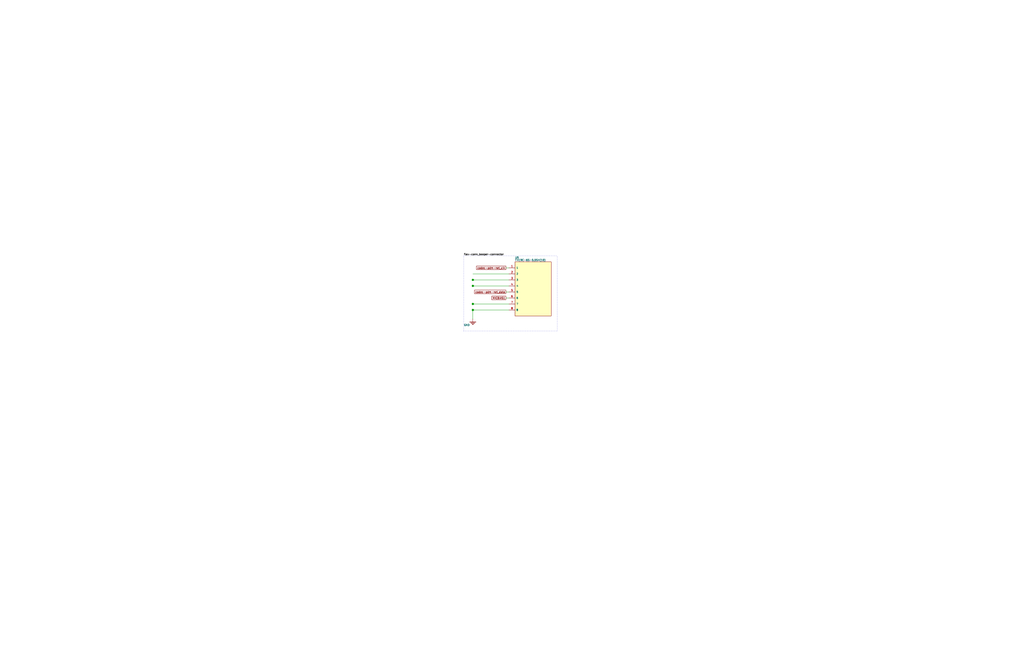
<source format=kicad_sch>
(kicad_sch (version 20230121) (generator jitx)
  (paper "B")
  (lib_symbols
    (symbol "VDD1P8" (power)
      (property "Reference" "#PWR" (at 35.0 60.0 0.0))
      (property "Value" "VDD1P8" (at 0.508 0.508 0.0))
      (symbol "VDD1P8_1_0"
        (pin power_in line (at 0.0 0.0 0) (length 0.0) (name "VDD1P8") (number "~"))
      )
    )
    (symbol "VDD3P0" (power)
      (property "Reference" "#PWR" (at 35.0 60.0 0.0))
      (property "Value" "VDD3P0" (at 0.508 0.508 0.0))
      (symbol "VDD3P0_1_0"
        (pin power_in line (at 0.0 0.0 0) (length 0.0) (name "VDD3P0") (number "~"))
      )
    )
    (symbol "GND" (power)
      (property "Reference" "#PWR" (at 35.0 60.0 0.0))
      (property "Value" "GND" (at -2.54 -2.54 0.0))
      (symbol "GND_1_0"
        (pin power_in line (at 0.0 0.0 270) (length 0.0) (name "GND") (number "~"))
      )
    )
    (symbol "capacitor_sym"
      (property "Reference" "U" (at 1.27 1.27 0.0))
      (property "Value" "capacitor_sym" (at 1.27 -1.27 0.0))
      (symbol "capacitor_sym_1_0"
        (pin unspecified line (at 0.0 2.54 270) (length 0.0) (name "1") (number "~"))
        (pin unspecified line (at 0.0 -2.54 90) (length 0.0) (name "2") (number "~"))
      )
    )
    (symbol "capacitor_sym_1"
      (property "Reference" "U" (at 1.27 1.27 0.0))
      (property "Value" "capacitor_sym_1" (at 1.27 -1.27 0.0))
      (symbol "capacitor_sym_1_1_0"
        (pin unspecified line (at 0.0 2.54 270) (length 0.0) (name "1") (number "~"))
        (pin unspecified line (at 0.0 -2.54 90) (length 0.0) (name "2") (number "~"))
      )
    )
    (symbol "inductor_sym"
      (property "Reference" "U" (at 1.27 1.27 0.0))
      (property "Value" "inductor_sym" (at 1.27 -1.27 0.0))
      (symbol "inductor_sym_1_0"
        (pin unspecified line (at 0.0 2.54 270) (length 0.0) (name "1") (number "~"))
        (pin unspecified line (at 0.0 -2.54 90) (length 0.0) (name "2") (number "~"))
      )
    )
    (symbol "capacitor_sym_2"
      (property "Reference" "U" (at 1.27 1.27 0.0))
      (property "Value" "capacitor_sym_2" (at 1.27 -1.27 0.0))
      (symbol "capacitor_sym_2_1_0"
        (pin unspecified line (at 0.0 2.54 270) (length 0.0) (name "1") (number "~"))
        (pin unspecified line (at 0.0 -2.54 90) (length 0.0) (name "2") (number "~"))
      )
    )
    (symbol "capacitor_sym_3"
      (property "Reference" "U" (at 1.27 1.27 0.0))
      (property "Value" "capacitor_sym_3" (at 1.27 -1.27 0.0))
      (symbol "capacitor_sym_3_1_0"
        (pin unspecified line (at 0.0 2.54 270) (length 0.0) (name "1") (number "~"))
        (pin unspecified line (at 0.0 -2.54 90) (length 0.0) (name "2") (number "~"))
      )
    )
    (symbol "resistor_sym"
      (property "Reference" "U" (at 1.27 1.27 0.0))
      (property "Value" "resistor_sym" (at 1.27 -1.27 0.0))
      (symbol "resistor_sym_1_0"
        (pin unspecified line (at 0.0 2.54 270) (length 0.0) (name "1") (number "~"))
        (pin unspecified line (at 0.0 -2.54 90) (length 0.0) (name "2") (number "~"))
      )
    )
    (symbol "capacitor_sym_4"
      (property "Reference" "U" (at 1.27 1.27 0.0))
      (property "Value" "capacitor_sym_4" (at 1.27 -1.27 0.0))
      (symbol "capacitor_sym_4_1_0"
        (pin unspecified line (at 0.0 2.54 270) (length 0.0) (name "1") (number "~"))
        (pin unspecified line (at 0.0 -2.54 90) (length 0.0) (name "2") (number "~"))
      )
    )
    (symbol "capacitor_sym_5"
      (property "Reference" "U" (at 1.27 1.27 0.0))
      (property "Value" "capacitor_sym_5" (at 1.27 -1.27 0.0))
      (symbol "capacitor_sym_5_1_0"
        (pin unspecified line (at 0.0 2.54 270) (length 0.0) (name "1") (number "~"))
        (pin unspecified line (at 0.0 -2.54 90) (length 0.0) (name "2") (number "~"))
      )
    )
    (symbol "resistor_sym_1"
      (property "Reference" "U" (at 1.27 1.27 0.0))
      (property "Value" "resistor_sym_1" (at 1.27 -1.27 0.0))
      (symbol "resistor_sym_1_1_0"
        (pin unspecified line (at 0.0 2.54 270) (length 0.0) (name "1") (number "~"))
        (pin unspecified line (at 0.0 -2.54 90) (length 0.0) (name "2") (number "~"))
      )
    )
    (symbol "capacitor_sym_6"
      (property "Reference" "U" (at 1.27 1.27 0.0))
      (property "Value" "capacitor_sym_6" (at 1.27 -1.27 0.0))
      (symbol "capacitor_sym_6_1_0"
        (pin unspecified line (at 0.0 2.54 270) (length 0.0) (name "1") (number "~"))
        (pin unspecified line (at 0.0 -2.54 90) (length 0.0) (name "2") (number "~"))
      )
    )
    (symbol "box_symbol_0L_6R_0T_0B"
      (property "Reference" "U" (at -6.35 10.252 0.0))
      (property "Value" "box_symbol_0L_6R_0T_0B" (at -6.35 9.19 0.0))
      (symbol "box_symbol_0L_6R_0T_0B_1_0"
        (pin unspecified line (at 8.89 6.35 180) (length 2.54) (name "R0") (number "~"))
        (pin unspecified line (at 8.89 3.81 180) (length 2.54) (name "R1") (number "~"))
        (pin unspecified line (at 8.89 1.27 180) (length 2.54) (name "R2") (number "~"))
        (pin unspecified line (at 8.89 -1.27 180) (length 2.54) (name "R3") (number "~"))
        (pin unspecified line (at 8.89 -3.81 180) (length 2.54) (name "R4") (number "~"))
        (pin unspecified line (at 8.89 -6.35 180) (length 2.54) (name "R5") (number "~"))
      )
    )
    (symbol "XRCGB32M000F1H00R0"
      (property "Reference" "U" (at 0.0 4.54000508001016 0.0))
      (property "Value" "XRCGB32M000F1H00R0" (at 0.0 3.54000508001016 0.0))
      (symbol "XRCGB32M000F1H00R0_1_0"
        (pin unspecified line (at -7.62 -2.54 0) (length 2.54000508001016) (name "1") (number "~"))
        (pin unspecified line (at 7.62 2.54 180) (length 2.54000508001016) (name "3") (number "~"))
        (pin unspecified line (at -7.62 2.54 0) (length 2.54000508001016) (name "GND0") (number "~"))
        (pin unspecified line (at 7.62 -2.54 180) (length 2.54000508001016) (name "GND1") (number "~"))
      )
    )
    (symbol "resistor_sym_2"
      (property "Reference" "U" (at 1.27 1.27 0.0))
      (property "Value" "resistor_sym_2" (at 1.27 -1.27 0.0))
      (symbol "resistor_sym_2_1_0"
        (pin unspecified line (at 0.0 2.54 270) (length 0.0) (name "1") (number "~"))
        (pin unspecified line (at 0.0 -2.54 90) (length 0.0) (name "2") (number "~"))
      )
    )
    (symbol "resistor_sym_3"
      (property "Reference" "U" (at 1.27 1.27 0.0))
      (property "Value" "resistor_sym_3" (at 1.27 -1.27 0.0))
      (symbol "resistor_sym_3_1_0"
        (pin unspecified line (at 0.0 2.54 270) (length 0.0) (name "2") (number "~"))
        (pin unspecified line (at 0.0 -2.54 90) (length 0.0) (name "1") (number "~"))
      )
    )
    (symbol "capacitor_sym_7"
      (property "Reference" "U" (at 1.27 1.27 0.0))
      (property "Value" "capacitor_sym_7" (at 1.27 -1.27 0.0))
      (symbol "capacitor_sym_7_1_0"
        (pin unspecified line (at 0.0 2.54 270) (length 0.0) (name "1") (number "~"))
        (pin unspecified line (at 0.0 -2.54 90) (length 0.0) (name "2") (number "~"))
      )
    )
    (symbol "resistor_sym_4"
      (property "Reference" "U" (at 1.27 1.27 0.0))
      (property "Value" "resistor_sym_4" (at 1.27 -1.27 0.0))
      (symbol "resistor_sym_4_1_0"
        (pin unspecified line (at 0.0 2.54 270) (length 0.0) (name "1") (number "~"))
        (pin unspecified line (at 0.0 -2.54 90) (length 0.0) (name "2") (number "~"))
      )
    )
    (symbol "box_symbol_3L_3R_1T_3B"
      (property "Reference" "U" (at -7.62 14.062 0.0))
      (property "Value" "box_symbol_3L_3R_1T_3B" (at -7.62 13.0 0.0))
      (symbol "box_symbol_3L_3R_1T_3B_1_0"
        (pin unspecified line (at -10.16 2.54 0) (length 2.54) (name "L0") (number "~"))
        (pin unspecified line (at -10.16 0.0 0) (length 2.54) (name "L1") (number "~"))
        (pin unspecified line (at -10.16 -2.54 0) (length 2.54) (name "L2") (number "~"))
        (pin unspecified line (at 10.16 2.54 180) (length 2.54) (name "R0") (number "~"))
        (pin unspecified line (at 10.16 0.0 180) (length 2.54) (name "R1") (number "~"))
        (pin unspecified line (at 10.16 -2.54 180) (length 2.54) (name "R2") (number "~"))
        (pin unspecified line (at 0.0 15.24 270) (length 2.54) (name "T0") (number "~"))
        (pin unspecified line (at -2.54 -15.24 90) (length 2.54) (name "B0") (number "~"))
        (pin unspecified line (at 0.0 -15.24 90) (length 2.54) (name "B1") (number "~"))
        (pin unspecified line (at 2.54 -15.24 90) (length 2.54) (name "B2") (number "~"))
      )
    )
    (symbol "TPD4S012DRYR"
      (property "Reference" "U" (at 0.0 6.19100838201676 0.0))
      (property "Value" "TPD4S012DRYR" (at 0.0 5.19100838201676 0.0))
      (symbol "TPD4S012DRYR_1_0"
        (pin unspecified line (at -8.89 2.54 0) (length 2.54000508001016) (name "D+") (number "~"))
        (pin unspecified line (at -8.89 0.0 0) (length 2.54000508001016) (name "D-") (number "~"))
        (pin unspecified line (at -8.89 -2.54 0) (length 2.54000508001016) (name "ID") (number "~"))
        (pin unspecified line (at 8.89 -2.54 180) (length 2.54000508001016) (name "GND") (number "~"))
        (pin unspecified line (at 8.89 0.0 180) (length 2.54000508001016) (name "NC") (number "~"))
        (pin unspecified line (at 8.89 2.54 180) (length 2.54000508001016) (name "VBUS") (number "~"))
      )
    )
    (symbol "capacitor_sym_8"
      (property "Reference" "U" (at 1.27 1.27 0.0))
      (property "Value" "capacitor_sym_8" (at 1.27 -1.27 0.0))
      (symbol "capacitor_sym_8_1_0"
        (pin unspecified line (at 0.0 2.54 270) (length 0.0) (name "1") (number "~"))
        (pin unspecified line (at 0.0 -2.54 90) (length 0.0) (name "2") (number "~"))
      )
    )
    (symbol "capacitor_sym_9"
      (property "Reference" "U" (at 1.27 1.27 0.0))
      (property "Value" "capacitor_sym_9" (at 1.27 -1.27 0.0))
      (symbol "capacitor_sym_9_1_0"
        (pin unspecified line (at 0.0 2.54 270) (length 0.0) (name "1") (number "~"))
        (pin unspecified line (at 0.0 -2.54 90) (length 0.0) (name "2") (number "~"))
      )
    )
    (symbol "capacitor_sym_10"
      (property "Reference" "U" (at 1.27 1.27 0.0))
      (property "Value" "capacitor_sym_10" (at 1.27 -1.27 0.0))
      (symbol "capacitor_sym_10_1_0"
        (pin unspecified line (at 0.0 2.54 270) (length 0.0) (name "1") (number "~"))
        (pin unspecified line (at 0.0 -2.54 90) (length 0.0) (name "2") (number "~"))
      )
    )
    (symbol "capacitor_sym_11"
      (property "Reference" "U" (at 1.27 1.27 0.0))
      (property "Value" "capacitor_sym_11" (at 1.27 -1.27 0.0))
      (symbol "capacitor_sym_11_1_0"
        (pin unspecified line (at 0.0 2.54 270) (length 0.0) (name "1") (number "~"))
        (pin unspecified line (at 0.0 -2.54 90) (length 0.0) (name "2") (number "~"))
      )
    )
    (symbol "capacitor_sym_12"
      (property "Reference" "U" (at 1.27 1.27 0.0))
      (property "Value" "capacitor_sym_12" (at 1.27 -1.27 0.0))
      (symbol "capacitor_sym_12_1_0"
        (pin unspecified line (at 0.0 2.54 270) (length 0.0) (name "1") (number "~"))
        (pin unspecified line (at 0.0 -2.54 90) (length 0.0) (name "2") (number "~"))
      )
    )
    (symbol "box_symbol_1L_0R_0T_0B"
      (property "Reference" "U" (at -6.35 3.902 0.0))
      (property "Value" "box_symbol_1L_0R_0T_0B" (at -6.35 2.84 0.0))
      (symbol "box_symbol_1L_0R_0T_0B_1_0"
        (pin unspecified line (at -8.89 0.0 0) (length 2.54) (name "L0") (number "~"))
      )
    )
    (symbol "box_symbol_2L_9R_2T_1B"
      (property "Reference" "U" (at -11.43 19.142 0.0))
      (property "Value" "box_symbol_2L_9R_2T_1B" (at -11.43 18.08 0.0))
      (symbol "box_symbol_2L_9R_2T_1B_1_0"
        (pin unspecified line (at -13.97 1.27 0) (length 2.54) (name "L0") (number "~"))
        (pin unspecified line (at -13.97 -1.27 0) (length 2.54) (name "L1") (number "~"))
        (pin unspecified line (at 13.97 10.16 180) (length 2.54) (name "R0") (number "~"))
        (pin unspecified line (at 13.97 7.62 180) (length 2.54) (name "R1") (number "~"))
        (pin unspecified line (at 13.97 5.08 180) (length 2.54) (name "R2") (number "~"))
        (pin unspecified line (at 13.97 2.54 180) (length 2.54) (name "R3") (number "~"))
        (pin unspecified line (at 13.97 0.0 180) (length 2.54) (name "R4") (number "~"))
        (pin unspecified line (at 13.97 -2.54 180) (length 2.54) (name "R5") (number "~"))
        (pin unspecified line (at 13.97 -5.08 180) (length 2.54) (name "R6") (number "~"))
        (pin unspecified line (at 13.97 -7.62 180) (length 2.54) (name "R7") (number "~"))
        (pin unspecified line (at 13.97 -10.16 180) (length 2.54) (name "R8") (number "~"))
        (pin unspecified line (at -1.27 20.32 270) (length 2.54) (name "T0") (number "~"))
        (pin unspecified line (at 1.27 20.32 270) (length 2.54) (name "T1") (number "~"))
        (pin unspecified line (at 0.0 -20.32 90) (length 2.54) (name "B0") (number "~"))
      )
    )
    (symbol "capacitor_sym_13"
      (property "Reference" "U" (at 1.27 1.27 0.0))
      (property "Value" "capacitor_sym_13" (at 1.27 -1.27 0.0))
      (symbol "capacitor_sym_13_1_0"
        (pin unspecified line (at 0.0 2.54 270) (length 0.0) (name "1") (number "~"))
        (pin unspecified line (at 0.0 -2.54 90) (length 0.0) (name "2") (number "~"))
      )
    )
    (symbol "capacitor_sym_14"
      (property "Reference" "U" (at 1.27 1.27 0.0))
      (property "Value" "capacitor_sym_14" (at 1.27 -1.27 0.0))
      (symbol "capacitor_sym_14_1_0"
        (pin unspecified line (at 0.0 2.54 270) (length 0.0) (name "1") (number "~"))
        (pin unspecified line (at 0.0 -2.54 90) (length 0.0) (name "2") (number "~"))
      )
    )
    (symbol "box_symbol_16L_16R_0T_0B"
      (property "Reference" "U" (at -6.35 22.952 0.0))
      (property "Value" "box_symbol_16L_16R_0T_0B" (at -6.35 21.89 0.0))
      (symbol "box_symbol_16L_16R_0T_0B_1_0"
        (pin unspecified line (at -8.89 19.05 0) (length 2.54) (name "L0") (number "~"))
        (pin unspecified line (at -8.89 16.51 0) (length 2.54) (name "L1") (number "~"))
        (pin unspecified line (at -8.89 13.97 0) (length 2.54) (name "L2") (number "~"))
        (pin unspecified line (at -8.89 11.43 0) (length 2.54) (name "L3") (number "~"))
        (pin unspecified line (at -8.89 8.89 0) (length 2.54) (name "L4") (number "~"))
        (pin unspecified line (at -8.89 6.35 0) (length 2.54) (name "L5") (number "~"))
        (pin unspecified line (at -8.89 3.81 0) (length 2.54) (name "L6") (number "~"))
        (pin unspecified line (at -8.89 1.27 0) (length 2.54) (name "L7") (number "~"))
        (pin unspecified line (at -8.89 -1.27 0) (length 2.54) (name "L8") (number "~"))
        (pin unspecified line (at -8.89 -3.81 0) (length 2.54) (name "L9") (number "~"))
        (pin unspecified line (at -8.89 -6.35 0) (length 2.54) (name "L10") (number "~"))
        (pin unspecified line (at -8.89 -8.89 0) (length 2.54) (name "L11") (number "~"))
        (pin unspecified line (at -8.89 -11.43 0) (length 2.54) (name "L12") (number "~"))
        (pin unspecified line (at -8.89 -13.97 0) (length 2.54) (name "L13") (number "~"))
        (pin unspecified line (at -8.89 -16.51 0) (length 2.54) (name "L14") (number "~"))
        (pin unspecified line (at -8.89 -19.05 0) (length 2.54) (name "L15") (number "~"))
        (pin unspecified line (at 8.89 19.05 180) (length 2.54) (name "R0") (number "~"))
        (pin unspecified line (at 8.89 16.51 180) (length 2.54) (name "R1") (number "~"))
        (pin unspecified line (at 8.89 13.97 180) (length 2.54) (name "R2") (number "~"))
        (pin unspecified line (at 8.89 11.43 180) (length 2.54) (name "R3") (number "~"))
        (pin unspecified line (at 8.89 8.89 180) (length 2.54) (name "R4") (number "~"))
        (pin unspecified line (at 8.89 6.35 180) (length 2.54) (name "R5") (number "~"))
        (pin unspecified line (at 8.89 3.81 180) (length 2.54) (name "R6") (number "~"))
        (pin unspecified line (at 8.89 1.27 180) (length 2.54) (name "R7") (number "~"))
        (pin unspecified line (at 8.89 -1.27 180) (length 2.54) (name "R8") (number "~"))
        (pin unspecified line (at 8.89 -3.81 180) (length 2.54) (name "R9") (number "~"))
        (pin unspecified line (at 8.89 -6.35 180) (length 2.54) (name "R10") (number "~"))
        (pin unspecified line (at 8.89 -8.89 180) (length 2.54) (name "R11") (number "~"))
        (pin unspecified line (at 8.89 -11.43 180) (length 2.54) (name "R12") (number "~"))
        (pin unspecified line (at 8.89 -13.97 180) (length 2.54) (name "R13") (number "~"))
        (pin unspecified line (at 8.89 -16.51 180) (length 2.54) (name "R14") (number "~"))
        (pin unspecified line (at 8.89 -19.05 180) (length 2.54) (name "R15") (number "~"))
      )
    )
    (symbol "capacitor_sym_15"
      (property "Reference" "U" (at 1.27 1.27 0.0))
      (property "Value" "capacitor_sym_15" (at 1.27 -1.27 0.0))
      (symbol "capacitor_sym_15_1_0"
        (pin unspecified line (at 0.0 2.54 270) (length 0.0) (name "1") (number "~"))
        (pin unspecified line (at 0.0 -2.54 90) (length 0.0) (name "2") (number "~"))
      )
    )
    (symbol "resistor_sym_5"
      (property "Reference" "U" (at 1.27 1.27 0.0))
      (property "Value" "resistor_sym_5" (at 1.27 -1.27 0.0))
      (symbol "resistor_sym_5_1_0"
        (pin unspecified line (at 0.0 2.54 270) (length 0.0) (name "1") (number "~"))
        (pin unspecified line (at 0.0 -2.54 90) (length 0.0) (name "2") (number "~"))
      )
    )
    (symbol "capacitor_sym_16"
      (property "Reference" "U" (at 1.27 1.27 0.0))
      (property "Value" "capacitor_sym_16" (at 1.27 -1.27 0.0))
      (symbol "capacitor_sym_16_1_0"
        (pin unspecified line (at 0.0 2.54 270) (length 0.0) (name "1") (number "~"))
        (pin unspecified line (at 0.0 -2.54 90) (length 0.0) (name "2") (number "~"))
      )
    )
    (symbol "Johanson2450AT18D0100_STD_R"
      (property "Reference" "U" (at -3.8735 5.4435 0.0))
      (symbol "Johanson2450AT18D0100_STD_R_1_0"
        (pin unspecified line (at 8.89 -3.81 180) (length 2.54) (name "GND") (number "~"))
        (pin unspecified line (at 0.0 -3.81 90) (length 3.81) (name "ANT") (number "~"))
      )
    )
    (symbol "box_symbol_8L_0R_0T_0B"
      (property "Reference" "U" (at -7.62 12.792 0.0))
      (property "Value" "box_symbol_8L_0R_0T_0B" (at -7.62 11.73 0.0))
      (symbol "box_symbol_8L_0R_0T_0B_1_0"
        (pin unspecified line (at -10.16 8.89 0) (length 2.54) (name "L0") (number "~"))
        (pin unspecified line (at -10.16 6.35 0) (length 2.54) (name "L1") (number "~"))
        (pin unspecified line (at -10.16 3.81 0) (length 2.54) (name "L2") (number "~"))
        (pin unspecified line (at -10.16 1.27 0) (length 2.54) (name "L3") (number "~"))
        (pin unspecified line (at -10.16 -1.27 0) (length 2.54) (name "L4") (number "~"))
        (pin unspecified line (at -10.16 -3.81 0) (length 2.54) (name "L5") (number "~"))
        (pin unspecified line (at -10.16 -6.35 0) (length 2.54) (name "L6") (number "~"))
        (pin unspecified line (at -10.16 -8.89 0) (length 2.54) (name "L7") (number "~"))
      )
    )
    (symbol "resistor_sym_6"
      (property "Reference" "U" (at 1.27 1.27 0.0))
      (property "Value" "resistor_sym_6" (at 1.27 -1.27 0.0))
      (symbol "resistor_sym_6_1_0"
        (pin unspecified line (at 0.0 2.54 270) (length 0.0) (name "1") (number "~"))
        (pin unspecified line (at 0.0 -2.54 90) (length 0.0) (name "2") (number "~"))
      )
    )
    (symbol "capacitor_sym_17"
      (property "Reference" "U" (at 1.27 1.27 0.0))
      (property "Value" "capacitor_sym_17" (at 1.27 -1.27 0.0))
      (symbol "capacitor_sym_17_1_0"
        (pin unspecified line (at 0.0 2.54 270) (length 0.0) (name "1") (number "~"))
        (pin unspecified line (at 0.0 -2.54 90) (length 0.0) (name "2") (number "~"))
      )
    )
    (symbol "inductor_sym_1"
      (property "Reference" "U" (at 1.27 1.27 0.0))
      (property "Value" "inductor_sym_1" (at 1.27 -1.27 0.0))
      (symbol "inductor_sym_1_1_0"
        (pin unspecified line (at 0.0 2.54 270) (length 0.0) (name "1") (number "~"))
        (pin unspecified line (at 0.0 -2.54 90) (length 0.0) (name "2") (number "~"))
      )
    )
    (symbol "capacitor_sym_18"
      (property "Reference" "U" (at 1.27 1.27 0.0))
      (property "Value" "capacitor_sym_18" (at 1.27 -1.27 0.0))
      (symbol "capacitor_sym_18_1_0"
        (pin unspecified line (at 0.0 2.54 270) (length 0.0) (name "1") (number "~"))
        (pin unspecified line (at 0.0 -2.54 90) (length 0.0) (name "2") (number "~"))
      )
    )
    (symbol "box_symbol_0L_4R_0T_2B"
      (property "Reference" "U" (at -3.81 14.062 0.0))
      (property "Value" "box_symbol_0L_4R_0T_2B" (at -3.81 13.0 0.0))
      (symbol "box_symbol_0L_4R_0T_2B_1_0"
        (pin unspecified line (at 6.35 3.81 180) (length 2.54) (name "R0") (number "~"))
        (pin unspecified line (at 6.35 1.27 180) (length 2.54) (name "R1") (number "~"))
        (pin unspecified line (at 6.35 -1.27 180) (length 2.54) (name "R2") (number "~"))
        (pin unspecified line (at 6.35 -3.81 180) (length 2.54) (name "R3") (number "~"))
        (pin unspecified line (at -1.27 -15.24 90) (length 2.54) (name "B0") (number "~"))
        (pin unspecified line (at 1.27 -15.24 90) (length 2.54) (name "B1") (number "~"))
      )
    )
    (symbol "capacitor_sym_19"
      (property "Reference" "U" (at 1.27 1.27 0.0))
      (property "Value" "capacitor_sym_19" (at 1.27 -1.27 0.0))
      (symbol "capacitor_sym_19_1_0"
        (pin unspecified line (at 0.0 2.54 270) (length 0.0) (name "1") (number "~"))
        (pin unspecified line (at 0.0 -2.54 90) (length 0.0) (name "2") (number "~"))
      )
    )
    (symbol "resistor_sym_7"
      (property "Reference" "U" (at 1.27 1.27 0.0))
      (property "Value" "resistor_sym_7" (at 1.27 -1.27 0.0))
      (symbol "resistor_sym_7_1_0"
        (pin unspecified line (at 0.0 2.54 270) (length 0.0) (name "1") (number "~"))
        (pin unspecified line (at 0.0 -2.54 90) (length 0.0) (name "2") (number "~"))
      )
    )
    (symbol "sym_EVP_BB4A9B000"
      (property "Reference" "U" (at 0.0 4.27 0.0))
      (property "Value" "sym_EVP_BB4A9B000" (at 0.0 3.27 0.0))
      (symbol "sym_EVP_BB4A9B000_1_0"
        (pin unspecified line (at -7.62 -3.81 0) (length 2.54) (name "A1") (number "~"))
        (pin unspecified line (at -7.62 1.27 0) (length 2.54) (name "A") (number "~"))
        (pin unspecified line (at 7.62 -3.81 180) (length 2.54) (name "B1") (number "~"))
        (pin unspecified line (at 7.62 1.27 180) (length 2.54) (name "B") (number "~"))
      )
    )
    (symbol "capacitor_sym_20"
      (property "Reference" "U" (at 1.27 1.27 0.0))
      (property "Value" "capacitor_sym_20" (at 1.27 -1.27 0.0))
      (symbol "capacitor_sym_20_1_0"
        (pin unspecified line (at 0.0 2.54 270) (length 0.0) (name "1") (number "~"))
        (pin unspecified line (at 0.0 -2.54 90) (length 0.0) (name "2") (number "~"))
      )
    )
    (symbol "capacitor_sym_21"
      (property "Reference" "U" (at 1.27 1.27 0.0))
      (property "Value" "capacitor_sym_21" (at 1.27 -1.27 0.0))
      (symbol "capacitor_sym_21_1_0"
        (pin unspecified line (at 0.0 2.54 270) (length 0.0) (name "1") (number "~"))
        (pin unspecified line (at 0.0 -2.54 90) (length 0.0) (name "2") (number "~"))
      )
    )
    (symbol "capacitor_sym_22"
      (property "Reference" "U" (at 1.27 1.27 0.0))
      (property "Value" "capacitor_sym_22" (at 1.27 -1.27 0.0))
      (symbol "capacitor_sym_22_1_0"
        (pin unspecified line (at 0.0 2.54 270) (length 0.0) (name "1") (number "~"))
        (pin unspecified line (at 0.0 -2.54 90) (length 0.0) (name "2") (number "~"))
      )
    )
    (symbol "resistor_sym_8"
      (property "Reference" "U" (at 1.27 1.27 0.0))
      (property "Value" "resistor_sym_8" (at 1.27 -1.27 0.0))
      (symbol "resistor_sym_8_1_0"
        (pin unspecified line (at 0.0 2.54 270) (length 0.0) (name "1") (number "~"))
        (pin unspecified line (at 0.0 -2.54 90) (length 0.0) (name "2") (number "~"))
      )
    )
    (symbol "box_symbol_8L_12R_11T_3B"
      (property "Reference" "U" (at -24.13 26.762 0.0))
      (property "Value" "box_symbol_8L_12R_11T_3B" (at -24.13 25.7 0.0))
      (symbol "box_symbol_8L_12R_11T_3B_1_0"
        (pin unspecified line (at -26.67 8.89 0) (length 2.54) (name "L0") (number "~"))
        (pin unspecified line (at -26.67 6.35 0) (length 2.54) (name "L1") (number "~"))
        (pin unspecified line (at -26.67 3.81 0) (length 2.54) (name "L2") (number "~"))
        (pin unspecified line (at -26.67 1.27 0) (length 2.54) (name "L3") (number "~"))
        (pin unspecified line (at -26.67 -1.27 0) (length 2.54) (name "L4") (number "~"))
        (pin unspecified line (at -26.67 -3.81 0) (length 2.54) (name "L5") (number "~"))
        (pin unspecified line (at -26.67 -6.35 0) (length 2.54) (name "L6") (number "~"))
        (pin unspecified line (at -26.67 -8.89 0) (length 2.54) (name "L7") (number "~"))
        (pin unspecified line (at 26.67 13.97 180) (length 2.54) (name "R0") (number "~"))
        (pin unspecified line (at 26.67 11.43 180) (length 2.54) (name "R1") (number "~"))
        (pin unspecified line (at 26.67 8.89 180) (length 2.54) (name "R2") (number "~"))
        (pin unspecified line (at 26.67 6.35 180) (length 2.54) (name "R3") (number "~"))
        (pin unspecified line (at 26.67 3.81 180) (length 2.54) (name "R4") (number "~"))
        (pin unspecified line (at 26.67 1.27 180) (length 2.54) (name "R5") (number "~"))
        (pin unspecified line (at 26.67 -1.27 180) (length 2.54) (name "R6") (number "~"))
        (pin unspecified line (at 26.67 -3.81 180) (length 2.54) (name "R7") (number "~"))
        (pin unspecified line (at 26.67 -6.35 180) (length 2.54) (name "R8") (number "~"))
        (pin unspecified line (at 26.67 -8.89 180) (length 2.54) (name "R9") (number "~"))
        (pin unspecified line (at 26.67 -11.43 180) (length 2.54) (name "R10") (number "~"))
        (pin unspecified line (at 26.67 -13.97 180) (length 2.54) (name "R11") (number "~"))
        (pin unspecified line (at -12.7 27.94 270) (length 2.54) (name "T0") (number "~"))
        (pin unspecified line (at -10.16 27.94 270) (length 2.54) (name "T1") (number "~"))
        (pin unspecified line (at -7.62 27.94 270) (length 2.54) (name "T2") (number "~"))
        (pin unspecified line (at -5.08 27.94 270) (length 2.54) (name "T3") (number "~"))
        (pin unspecified line (at -2.54 27.94 270) (length 2.54) (name "T4") (number "~"))
        (pin unspecified line (at 0.0 27.94 270) (length 2.54) (name "T5") (number "~"))
        (pin unspecified line (at 2.54 27.94 270) (length 2.54) (name "T6") (number "~"))
        (pin unspecified line (at 5.08 27.94 270) (length 2.54) (name "T7") (number "~"))
        (pin unspecified line (at 7.62 27.94 270) (length 2.54) (name "T8") (number "~"))
        (pin unspecified line (at 10.16 27.94 270) (length 2.54) (name "T9") (number "~"))
        (pin unspecified line (at 12.7 27.94 270) (length 2.54) (name "T10") (number "~"))
        (pin unspecified line (at -2.54 -27.94 90) (length 2.54) (name "B0") (number "~"))
        (pin unspecified line (at 0.0 -27.94 90) (length 2.54) (name "B1") (number "~"))
        (pin unspecified line (at 2.54 -27.94 90) (length 2.54) (name "B2") (number "~"))
      )
    )
    (symbol "resistor_sym_9"
      (property "Reference" "U" (at 1.27 1.27 0.0))
      (property "Value" "resistor_sym_9" (at 1.27 -1.27 0.0))
      (symbol "resistor_sym_9_1_0"
        (pin unspecified line (at 0.0 2.54 270) (length 0.0) (name "1") (number "~"))
        (pin unspecified line (at 0.0 -2.54 90) (length 0.0) (name "2") (number "~"))
      )
    )
    (symbol "capacitor_sym_23"
      (property "Reference" "U" (at 1.27 1.27 0.0))
      (property "Value" "capacitor_sym_23" (at 1.27 -1.27 0.0))
      (symbol "capacitor_sym_23_1_0"
        (pin unspecified line (at 0.0 2.54 270) (length 0.0) (name "1") (number "~"))
        (pin unspecified line (at 0.0 -2.54 90) (length 0.0) (name "2") (number "~"))
      )
    )
    (symbol "box_symbol_4L_2R_2T_1B"
      (property "Reference" "U" (at -11.43 11.522 0.0))
      (property "Value" "box_symbol_4L_2R_2T_1B" (at -11.43 10.46 0.0))
      (symbol "box_symbol_4L_2R_2T_1B_1_0"
        (pin unspecified line (at -13.97 3.81 0) (length 2.54) (name "L0") (number "~"))
        (pin unspecified line (at -13.97 1.27 0) (length 2.54) (name "L1") (number "~"))
        (pin unspecified line (at -13.97 -1.27 0) (length 2.54) (name "L2") (number "~"))
        (pin unspecified line (at -13.97 -3.81 0) (length 2.54) (name "L3") (number "~"))
        (pin unspecified line (at 13.97 1.27 180) (length 2.54) (name "R0") (number "~"))
        (pin unspecified line (at 13.97 -1.27 180) (length 2.54) (name "R1") (number "~"))
        (pin unspecified line (at -1.27 12.7 270) (length 2.54) (name "T0") (number "~"))
        (pin unspecified line (at 1.27 12.7 270) (length 2.54) (name "T1") (number "~"))
        (pin unspecified line (at 0.0 -12.7 90) (length 2.54) (name "B0") (number "~"))
      )
    )
    (symbol "capacitor_sym_24"
      (property "Reference" "U" (at 1.27 1.27 0.0))
      (property "Value" "capacitor_sym_24" (at 1.27 -1.27 0.0))
      (symbol "capacitor_sym_24_1_0"
        (pin unspecified line (at 0.0 2.54 270) (length 0.0) (name "1") (number "~"))
        (pin unspecified line (at 0.0 -2.54 90) (length 0.0) (name "2") (number "~"))
      )
    )
    (symbol "ALTIUM_POWER_BAR"
      (property "Value" "ALTIUM_POWER_BAR" (at 0.508 0.508 0.0))
      (symbol "ALTIUM_POWER_BAR_1_0"
        (pin unspecified line (at 0.0 0.0 0) (length 0.0) (name "0") (number "~"))
      )
    )
    (symbol "box_symbol_15L_0R_0T_0B"
      (property "Reference" "U" (at -6.35 21.682 0.0))
      (property "Value" "box_symbol_15L_0R_0T_0B" (at -6.35 20.62 0.0))
      (symbol "box_symbol_15L_0R_0T_0B_1_0"
        (pin unspecified line (at -8.89 17.78 0) (length 2.54) (name "L0") (number "~"))
        (pin unspecified line (at -8.89 15.24 0) (length 2.54) (name "L1") (number "~"))
        (pin unspecified line (at -8.89 12.7 0) (length 2.54) (name "L2") (number "~"))
        (pin unspecified line (at -8.89 10.16 0) (length 2.54) (name "L3") (number "~"))
        (pin unspecified line (at -8.89 7.62 0) (length 2.54) (name "L4") (number "~"))
        (pin unspecified line (at -8.89 5.08 0) (length 2.54) (name "L5") (number "~"))
        (pin unspecified line (at -8.89 2.54 0) (length 2.54) (name "L6") (number "~"))
        (pin unspecified line (at -8.89 0.0 0) (length 2.54) (name "L7") (number "~"))
        (pin unspecified line (at -8.89 -2.54 0) (length 2.54) (name "L8") (number "~"))
        (pin unspecified line (at -8.89 -5.08 0) (length 2.54) (name "L9") (number "~"))
        (pin unspecified line (at -8.89 -7.62 0) (length 2.54) (name "L10") (number "~"))
        (pin unspecified line (at -8.89 -10.16 0) (length 2.54) (name "L11") (number "~"))
        (pin unspecified line (at -8.89 -12.7 0) (length 2.54) (name "L12") (number "~"))
        (pin unspecified line (at -8.89 -15.24 0) (length 2.54) (name "L13") (number "~"))
        (pin unspecified line (at -8.89 -17.78 0) (length 2.54) (name "L14") (number "~"))
      )
    )
    (symbol "ALTIUM_POWER_GND_POWER"
      (property "Value" "ALTIUM_POWER_GND_POWER" (at 2.54 -1.016 0.0))
      (symbol "ALTIUM_POWER_GND_POWER_1_0"
        (pin unspecified line (at 0.0 0.0 0) (length 0.0) (name "0") (number "~"))
      )
    )
    (symbol "resistor_sym_10"
      (property "Reference" "U" (at 1.27 1.27 0.0))
      (property "Value" "resistor_sym_10" (at 1.27 -1.27 0.0))
      (symbol "resistor_sym_10_1_0"
        (pin unspecified line (at 0.0 2.54 270) (length 0.0) (name "1") (number "~"))
        (pin unspecified line (at 0.0 -2.54 90) (length 0.0) (name "2") (number "~"))
      )
    )
    (symbol "capacitor_sym_25"
      (property "Reference" "U" (at 1.27 1.27 0.0))
      (property "Value" "capacitor_sym_25" (at 1.27 -1.27 0.0))
      (symbol "capacitor_sym_25_1_0"
        (pin unspecified line (at 0.0 2.54 270) (length 0.0) (name "1") (number "~"))
        (pin unspecified line (at 0.0 -2.54 90) (length 0.0) (name "2") (number "~"))
      )
    )
    (symbol "capacitor_sym_26"
      (property "Reference" "U" (at 1.27 1.27 0.0))
      (property "Value" "capacitor_sym_26" (at 1.27 -1.27 0.0))
      (symbol "capacitor_sym_26_1_0"
        (pin unspecified line (at 0.0 2.54 270) (length 0.0) (name "1") (number "~"))
        (pin unspecified line (at 0.0 -2.54 90) (length 0.0) (name "2") (number "~"))
      )
    )
    (symbol "inductor_sym_2"
      (property "Reference" "U" (at 1.27 1.27 0.0))
      (property "Value" "inductor_sym_2" (at 1.27 -1.27 0.0))
      (symbol "inductor_sym_2_1_0"
        (pin unspecified line (at 0.0 2.54 270) (length 0.0) (name "1") (number "~"))
        (pin unspecified line (at 0.0 -2.54 90) (length 0.0) (name "2") (number "~"))
      )
    )
    (symbol "inductor_sym_3"
      (property "Reference" "U" (at 1.27 1.27 0.0))
      (property "Value" "inductor_sym_3" (at 1.27 -1.27 0.0))
      (symbol "inductor_sym_3_1_0"
        (pin unspecified line (at 0.0 2.54 270) (length 0.0) (name "2") (number "~"))
        (pin unspecified line (at 0.0 -2.54 90) (length 0.0) (name "1") (number "~"))
      )
    )
    (symbol "box_symbol_6L_9R_2T_2B"
      (property "Reference" "U" (at -11.43 19.142 0.0))
      (property "Value" "box_symbol_6L_9R_2T_2B" (at -11.43 18.08 0.0))
      (symbol "box_symbol_6L_9R_2T_2B_1_0"
        (pin unspecified line (at -13.97 6.35 0) (length 2.54) (name "L0") (number "~"))
        (pin unspecified line (at -13.97 3.81 0) (length 2.54) (name "L1") (number "~"))
        (pin unspecified line (at -13.97 1.27 0) (length 2.54) (name "L2") (number "~"))
        (pin unspecified line (at -13.97 -1.27 0) (length 2.54) (name "L3") (number "~"))
        (pin unspecified line (at -13.97 -3.81 0) (length 2.54) (name "L4") (number "~"))
        (pin unspecified line (at -13.97 -6.35 0) (length 2.54) (name "L5") (number "~"))
        (pin unspecified line (at 13.97 10.16 180) (length 2.54) (name "R0") (number "~"))
        (pin unspecified line (at 13.97 7.62 180) (length 2.54) (name "R1") (number "~"))
        (pin unspecified line (at 13.97 5.08 180) (length 2.54) (name "R2") (number "~"))
        (pin unspecified line (at 13.97 2.54 180) (length 2.54) (name "R3") (number "~"))
        (pin unspecified line (at 13.97 0.0 180) (length 2.54) (name "R4") (number "~"))
        (pin unspecified line (at 13.97 -2.54 180) (length 2.54) (name "R5") (number "~"))
        (pin unspecified line (at 13.97 -5.08 180) (length 2.54) (name "R6") (number "~"))
        (pin unspecified line (at 13.97 -7.62 180) (length 2.54) (name "R7") (number "~"))
        (pin unspecified line (at 13.97 -10.16 180) (length 2.54) (name "R8") (number "~"))
        (pin unspecified line (at -1.27 20.32 270) (length 2.54) (name "T0") (number "~"))
        (pin unspecified line (at 1.27 20.32 270) (length 2.54) (name "T1") (number "~"))
        (pin unspecified line (at -1.27 -20.32 90) (length 2.54) (name "B0") (number "~"))
        (pin unspecified line (at 1.27 -20.32 90) (length 2.54) (name "B1") (number "~"))
      )
    )
    (symbol "capacitor_sym_27"
      (property "Reference" "U" (at 1.27 1.27 0.0))
      (property "Value" "capacitor_sym_27" (at 1.27 -1.27 0.0))
      (symbol "capacitor_sym_27_1_0"
        (pin unspecified line (at 0.0 2.54 270) (length 0.0) (name "1") (number "~"))
        (pin unspecified line (at 0.0 -2.54 90) (length 0.0) (name "2") (number "~"))
      )
    )
    (symbol "ground_sym"
      (property "Value" "ground_sym" (at -2.54 -2.54 0.0))
      (symbol "ground_sym_1_0"
        (pin unspecified line (at 0.0 0.0 270) (length 0.0) (name "0") (number "~"))
      )
    )
    (symbol "capacitor_sym_28"
      (property "Reference" "U" (at 1.27 1.27 0.0))
      (property "Value" "capacitor_sym_28" (at 1.27 -1.27 0.0))
      (symbol "capacitor_sym_28_1_0"
        (pin unspecified line (at 0.0 2.54 270) (length 0.0) (name "1") (number "~"))
        (pin unspecified line (at 0.0 -2.54 90) (length 0.0) (name "2") (number "~"))
      )
    )
    (symbol "header_symbol"
      (property "Reference" "U" (at -2.54 5.08 0.0))
      (property "Value" "header_symbol" (at -2.54 4.445 0.0))
      (symbol "header_symbol_1_0"
        (pin unspecified line (at -5.08 2.54 0) (length 2.54) (name "1") (number "~"))
        (pin unspecified line (at 5.08 2.54 180) (length 2.54) (name "2") (number "~"))
        (pin unspecified line (at -5.08 0.0 0) (length 2.54) (name "3") (number "~"))
        (pin unspecified line (at 5.08 0.0 180) (length 2.54) (name "4") (number "~"))
        (pin unspecified line (at -5.08 -2.54 0) (length 2.54) (name "5") (number "~"))
        (pin unspecified line (at 5.08 -2.54 180) (length 2.54) (name "6") (number "~"))
      )
    )
    (symbol "sym_HL_PCF_1617S39FU70GH203BC_A"
      (property "Reference" "U" (at 0.0 7.08 0.0))
      (property "Value" "sym_HL_PCF_1617S39FU70GH203BC_A" (at 0.0 6.08 0.0))
      (symbol "sym_HL_PCF_1617S39FU70GH203BC_A_1_0"
        (pin unspecified line (at 10.16 2.54 180) (length 5.08) (name "2") (number "~"))
        (pin unspecified line (at -10.16 2.54 0) (length 5.08) (name "1") (number "~"))
        (pin unspecified line (at -10.16 -5.08 0) (length 5.08) (name "4") (number "~"))
        (pin unspecified line (at 10.16 -5.08 180) (length 5.08) (name "3") (number "~"))
        (text "+" (at 3.604 -0.155 0) (effects (font (size 2.28600457200914 2.28600457200914)) (justify left)))
      )
    )
    (symbol "box_symbol_0L_1R_0T_7B"
      (property "Reference" "U" (at -10.16 10.252 0.0))
      (property "Value" "box_symbol_0L_1R_0T_7B" (at -10.16 9.19 0.0))
      (symbol "box_symbol_0L_1R_0T_7B_1_0"
        (pin unspecified line (at 12.7 0.0 180) (length 2.54) (name "R0") (number "~"))
        (pin unspecified line (at -7.62 -11.43 90) (length 2.54) (name "B0") (number "~"))
        (pin unspecified line (at -5.08 -11.43 90) (length 2.54) (name "B1") (number "~"))
        (pin unspecified line (at -2.54 -11.43 90) (length 2.54) (name "B2") (number "~"))
        (pin unspecified line (at 0.0 -11.43 90) (length 2.54) (name "B3") (number "~"))
        (pin unspecified line (at 2.54 -11.43 90) (length 2.54) (name "B4") (number "~"))
        (pin unspecified line (at 5.08 -11.43 90) (length 2.54) (name "B5") (number "~"))
        (pin unspecified line (at 7.62 -11.43 90) (length 2.54) (name "B6") (number "~"))
      )
    )
    (symbol "capacitor_sym_29"
      (property "Reference" "U" (at 1.27 1.27 0.0))
      (property "Value" "capacitor_sym_29" (at 1.27 -1.27 0.0))
      (symbol "capacitor_sym_29_1_0"
        (pin unspecified line (at 0.0 2.54 270) (length 0.0) (name "1") (number "~"))
        (pin unspecified line (at 0.0 -2.54 90) (length 0.0) (name "2") (number "~"))
      )
    )
    (symbol "sym"
      (property "Reference" "U" (at 0.0 8.08 0.0))
      (property "Value" "sym" (at 0.0 7.08 0.0))
      (symbol "sym_1_0"
        (pin unspecified line (at -12.7 5.08 0) (length 5.08) (name "G1") (number "~"))
        (pin unspecified line (at -12.7 2.54 0) (length 5.08) (name "D10") (number "~"))
        (pin unspecified line (at -12.7 0.0 0) (length 5.08) (name "D11") (number "~"))
        (pin unspecified line (at -12.7 -5.08 0) (length 5.08) (name "S2") (number "~"))
        (pin unspecified line (at -12.7 -7.62 0) (length 5.08) (name "D20") (number "~"))
        (pin unspecified line (at -12.7 -10.16 0) (length 5.08) (name "D12") (number "~"))
        (pin unspecified line (at 12.7 5.08 180) (length 5.08) (name "G2") (number "~"))
        (pin unspecified line (at 12.7 2.54 180) (length 5.08) (name "D21") (number "~"))
        (pin unspecified line (at 12.7 0.0 180) (length 5.08) (name "D22") (number "~"))
      )
    )
    (symbol "resistor_sym_11"
      (property "Reference" "U" (at 1.27 1.27 0.0))
      (property "Value" "resistor_sym_11" (at 1.27 -1.27 0.0))
      (symbol "resistor_sym_11_1_0"
        (pin unspecified line (at 0.0 2.54 270) (length 0.0) (name "1") (number "~"))
        (pin unspecified line (at 0.0 -2.54 90) (length 0.0) (name "2") (number "~"))
      )
    )
    (symbol "box_symbol_3L_3R_1T_2B"
      (property "Reference" "U" (at -6.35 10.252 0.0))
      (property "Value" "box_symbol_3L_3R_1T_2B" (at -6.35 9.19 0.0))
      (symbol "box_symbol_3L_3R_1T_2B_1_0"
        (pin unspecified line (at -8.89 2.54 0) (length 2.54) (name "L0") (number "~"))
        (pin unspecified line (at -8.89 0.0 0) (length 2.54) (name "L1") (number "~"))
        (pin unspecified line (at -8.89 -2.54 0) (length 2.54) (name "L2") (number "~"))
        (pin unspecified line (at 8.89 2.54 180) (length 2.54) (name "R0") (number "~"))
        (pin unspecified line (at 8.89 0.0 180) (length 2.54) (name "R1") (number "~"))
        (pin unspecified line (at 8.89 -2.54 180) (length 2.54) (name "R2") (number "~"))
        (pin unspecified line (at 0.0 11.43 270) (length 2.54) (name "T0") (number "~"))
        (pin unspecified line (at -1.27 -11.43 90) (length 2.54) (name "B0") (number "~"))
        (pin unspecified line (at 1.27 -11.43 90) (length 2.54) (name "B1") (number "~"))
      )
    )
    (symbol "capacitor_sym_30"
      (property "Reference" "U" (at 1.27 1.27 0.0))
      (property "Value" "capacitor_sym_30" (at 1.27 -1.27 0.0))
      (symbol "capacitor_sym_30_1_0"
        (pin unspecified line (at 0.0 2.54 270) (length 0.0) (name "1") (number "~"))
        (pin unspecified line (at 0.0 -2.54 90) (length 0.0) (name "2") (number "~"))
      )
    )
    (symbol "capacitor_sym_31"
      (property "Reference" "U" (at 1.27 1.27 0.0))
      (property "Value" "capacitor_sym_31" (at 1.27 -1.27 0.0))
      (symbol "capacitor_sym_31_1_0"
        (pin unspecified line (at 0.0 2.54 270) (length 0.0) (name "1") (number "~"))
        (pin unspecified line (at 0.0 -2.54 90) (length 0.0) (name "2") (number "~"))
      )
    )
    (symbol "test_point_sym"
      (property "Reference" "U" (at -2.54 1.905 0.0))
      (symbol "test_point_sym_1_0"
        (pin unspecified line (at 2.54 0.0 180) (length 0.0) (name "p") (number "~"))
      )
    )
    (symbol "capacitor_sym_32"
      (property "Reference" "U" (at 1.27 1.27 0.0))
      (property "Value" "capacitor_sym_32" (at 1.27 -1.27 0.0))
      (symbol "capacitor_sym_32_1_0"
        (pin unspecified line (at 0.0 2.54 270) (length 0.0) (name "1") (number "~"))
        (pin unspecified line (at 0.0 -2.54 90) (length 0.0) (name "2") (number "~"))
      )
    )
    (symbol "capacitor_sym_33"
      (property "Reference" "U" (at 1.27 1.27 0.0))
      (property "Value" "capacitor_sym_33" (at 1.27 -1.27 0.0))
      (symbol "capacitor_sym_33_1_0"
        (pin unspecified line (at 0.0 2.54 270) (length 0.0) (name "1") (number "~"))
        (pin unspecified line (at 0.0 -2.54 90) (length 0.0) (name "2") (number "~"))
      )
    )
    (symbol "box_symbol_0L_0R_14T_13B"
      (property "Reference" "U" (at -31.75 12.792 0.0))
      (property "Value" "box_symbol_0L_0R_14T_13B" (at -31.75 11.73 0.0))
      (symbol "box_symbol_0L_0R_14T_13B_1_0"
        (pin unspecified line (at -17.78 13.97 270) (length 2.54) (name "T0") (number "~"))
        (pin unspecified line (at -15.24 13.97 270) (length 2.54) (name "T1") (number "~"))
        (pin unspecified line (at -12.7 13.97 270) (length 2.54) (name "T2") (number "~"))
        (pin unspecified line (at -10.16 13.97 270) (length 2.54) (name "T3") (number "~"))
        (pin unspecified line (at -7.62 13.97 270) (length 2.54) (name "T4") (number "~"))
        (pin unspecified line (at -5.08 13.97 270) (length 2.54) (name "T5") (number "~"))
        (pin unspecified line (at -2.54 13.97 270) (length 2.54) (name "T6") (number "~"))
        (pin unspecified line (at 0.0 13.97 270) (length 2.54) (name "T7") (number "~"))
        (pin unspecified line (at 2.54 13.97 270) (length 2.54) (name "T8") (number "~"))
        (pin unspecified line (at 5.08 13.97 270) (length 2.54) (name "T9") (number "~"))
        (pin unspecified line (at 7.62 13.97 270) (length 2.54) (name "T10") (number "~"))
        (pin unspecified line (at 10.16 13.97 270) (length 2.54) (name "T11") (number "~"))
        (pin unspecified line (at 12.7 13.97 270) (length 2.54) (name "T12") (number "~"))
        (pin unspecified line (at 15.24 13.97 270) (length 2.54) (name "T13") (number "~"))
        (pin unspecified line (at -15.24 -13.97 90) (length 2.54) (name "B0") (number "~"))
        (pin unspecified line (at -12.7 -13.97 90) (length 2.54) (name "B1") (number "~"))
        (pin unspecified line (at -10.16 -13.97 90) (length 2.54) (name "B2") (number "~"))
        (pin unspecified line (at -7.62 -13.97 90) (length 2.54) (name "B3") (number "~"))
        (pin unspecified line (at -5.08 -13.97 90) (length 2.54) (name "B4") (number "~"))
        (pin unspecified line (at -2.54 -13.97 90) (length 2.54) (name "B5") (number "~"))
        (pin unspecified line (at 0.0 -13.97 90) (length 2.54) (name "B6") (number "~"))
        (pin unspecified line (at 2.54 -13.97 90) (length 2.54) (name "B7") (number "~"))
        (pin unspecified line (at 5.08 -13.97 90) (length 2.54) (name "B8") (number "~"))
        (pin unspecified line (at 7.62 -13.97 90) (length 2.54) (name "B9") (number "~"))
        (pin unspecified line (at 10.16 -13.97 90) (length 2.54) (name "B10") (number "~"))
        (pin unspecified line (at 12.7 -13.97 90) (length 2.54) (name "B11") (number "~"))
        (pin unspecified line (at 15.24 -13.97 90) (length 2.54) (name "B12") (number "~"))
      )
    )
    (symbol "capacitor_sym_34"
      (property "Reference" "U" (at 1.27 1.27 0.0))
      (property "Value" "capacitor_sym_34" (at 1.27 -1.27 0.0))
      (symbol "capacitor_sym_34_1_0"
        (pin unspecified line (at 0.0 2.54 270) (length 0.0) (name "1") (number "~"))
        (pin unspecified line (at 0.0 -2.54 90) (length 0.0) (name "2") (number "~"))
      )
    )
    (symbol "capacitor_sym_35"
      (property "Reference" "U" (at 1.27 1.27 0.0))
      (property "Value" "capacitor_sym_35" (at 1.27 -1.27 0.0))
      (symbol "capacitor_sym_35_1_0"
        (pin unspecified line (at 0.0 2.54 270) (length 0.0) (name "1") (number "~"))
        (pin unspecified line (at 0.0 -2.54 90) (length 0.0) (name "2") (number "~"))
      )
    )
    (symbol "capacitor_sym_36"
      (property "Reference" "U" (at 1.27 1.27 0.0))
      (property "Value" "capacitor_sym_36" (at 1.27 -1.27 0.0))
      (symbol "capacitor_sym_36_1_0"
        (pin unspecified line (at 0.0 2.54 270) (length 0.0) (name "1") (number "~"))
        (pin unspecified line (at 0.0 -2.54 90) (length 0.0) (name "2") (number "~"))
      )
    )
    (symbol "capacitor_sym_37"
      (property "Reference" "U" (at 1.27 1.27 0.0))
      (property "Value" "capacitor_sym_37" (at 1.27 -1.27 0.0))
      (symbol "capacitor_sym_37_1_0"
        (pin unspecified line (at 0.0 2.54 270) (length 0.0) (name "1") (number "~"))
        (pin unspecified line (at 0.0 -2.54 90) (length 0.0) (name "2") (number "~"))
      )
    )
    (symbol "resistor_sym_12"
      (property "Reference" "U" (at 1.27 1.27 0.0))
      (property "Value" "resistor_sym_12" (at 1.27 -1.27 0.0))
      (symbol "resistor_sym_12_1_0"
        (pin unspecified line (at 0.0 2.54 270) (length 0.0) (name "1") (number "~"))
        (pin unspecified line (at 0.0 -2.54 90) (length 0.0) (name "2") (number "~"))
      )
    )
    (symbol "capacitor_sym_38"
      (property "Reference" "U" (at 1.27 1.27 0.0))
      (property "Value" "capacitor_sym_38" (at 1.27 -1.27 0.0))
      (symbol "capacitor_sym_38_1_0"
        (pin unspecified line (at 0.0 2.54 270) (length 0.0) (name "1") (number "~"))
        (pin unspecified line (at 0.0 -2.54 90) (length 0.0) (name "2") (number "~"))
      )
    )
    (symbol "capacitor_sym_39"
      (property "Reference" "U" (at 1.27 1.27 0.0))
      (property "Value" "capacitor_sym_39" (at 1.27 -1.27 0.0))
      (symbol "capacitor_sym_39_1_0"
        (pin unspecified line (at 0.0 2.54 270) (length 0.0) (name "1") (number "~"))
        (pin unspecified line (at 0.0 -2.54 90) (length 0.0) (name "2") (number "~"))
      )
    )
    (symbol "resistor_sym_13"
      (property "Reference" "U" (at 1.27 1.27 0.0))
      (property "Value" "resistor_sym_13" (at 1.27 -1.27 0.0))
      (symbol "resistor_sym_13_1_0"
        (pin unspecified line (at 0.0 2.54 270) (length 0.0) (name "1") (number "~"))
        (pin unspecified line (at 0.0 -2.54 90) (length 0.0) (name "2") (number "~"))
      )
    )
    (symbol "capacitor_sym_40"
      (property "Reference" "U" (at 1.27 1.27 0.0))
      (property "Value" "capacitor_sym_40" (at 1.27 -1.27 0.0))
      (symbol "capacitor_sym_40_1_0"
        (pin unspecified line (at 0.0 2.54 270) (length 0.0) (name "1") (number "~"))
        (pin unspecified line (at 0.0 -2.54 90) (length 0.0) (name "2") (number "~"))
      )
    )
    (symbol "capacitor_sym_41"
      (property "Reference" "U" (at 1.27 1.27 0.0))
      (property "Value" "capacitor_sym_41" (at 1.27 -1.27 0.0))
      (symbol "capacitor_sym_41_1_0"
        (pin unspecified line (at 0.0 2.54 270) (length 0.0) (name "1") (number "~"))
        (pin unspecified line (at 0.0 -2.54 90) (length 0.0) (name "2") (number "~"))
      )
    )
    (symbol "Sym2450AT18D0100"
      (property "Reference" "U" (at -3.8735 5.4435 0.0))
      (symbol "Sym2450AT18D0100_1_0"
        (pin unspecified line (at 8.89 -3.81 180) (length 2.54) (name "GND") (number "4"))
        (pin unspecified line (at 8.89 -3.81 180) (length 0.0) (name "GND") (number "3"))
        (pin unspecified line (at 8.89 -3.81 180) (length 0.0) (name "GND") (number "2"))
        (pin unspecified line (at 0.0 -3.81 90) (length 3.81) (name "ANT") (number "1"))
      )
    )
    (symbol "my_resistor"
      (property "Reference" "R" (at 1.27 1.27 0.0))
      (property "Value" "my_resistor" (at 1.27 -1.27 0.0))
      (symbol "my_resistor_1_0"
        (pin unspecified line (at 0.0 2.54 270) (length 0.0) (name "1") (number "1"))
        (pin unspecified line (at 0.0 -2.54 90) (length 0.0) (name "2") (number "2"))
      )
    )
    (symbol "C138167"
      (property "Reference" "R" (at 1.27 1.27 0.0))
      (property "Value" "C138167" (at 1.27 -1.27 0.0))
      (symbol "C138167_1_0"
        (pin unspecified line (at 0.0 2.54 270) (length 0.0) (name "2") (number "2"))
        (pin unspecified line (at 0.0 -2.54 90) (length 0.0) (name "1") (number "1"))
      )
    )
    (symbol "C76935"
      (property "Reference" "C" (at 1.27 1.27 0.0))
      (property "Value" "C76935" (at 1.27 -1.27 0.0))
      (symbol "C76935_1_0"
        (pin unspecified line (at 0.0 2.54 270) (length 0.0) (name "1") (number "1"))
        (pin unspecified line (at 0.0 -2.54 90) (length 0.0) (name "2") (number "2"))
      )
    )
    (symbol "my_resistor_1"
      (property "Reference" "R" (at 1.27 1.27 0.0))
      (property "Value" "my_resistor_1" (at 1.27 -1.27 0.0))
      (symbol "my_resistor_1_1_0"
        (pin unspecified line (at 0.0 2.54 270) (length 0.0) (name "1") (number "1"))
        (pin unspecified line (at 0.0 -2.54 90) (length 0.0) (name "2") (number "2"))
      )
    )
    (symbol "C76935_1"
      (property "Reference" "C" (at 1.27 1.27 0.0))
      (property "Value" "C76935_1" (at 1.27 -1.27 0.0))
      (symbol "C76935_1_1_0"
        (pin unspecified line (at 0.0 2.54 270) (length 0.0) (name "1") (number "1"))
        (pin unspecified line (at 0.0 -2.54 90) (length 0.0) (name "2") (number "2"))
      )
    )
    (symbol "C76935_2"
      (property "Reference" "C" (at 1.27 1.27 0.0))
      (property "Value" "C76935_2" (at 1.27 -1.27 0.0))
      (symbol "C76935_2_1_0"
        (pin unspecified line (at 0.0 2.54 270) (length 0.0) (name "1") (number "1"))
        (pin unspecified line (at 0.0 -2.54 90) (length 0.0) (name "2") (number "2"))
      )
    )
    (symbol "C105225"
      (property "Reference" "C" (at 1.27 1.27 0.0))
      (property "Value" "C105225" (at 1.27 -1.27 0.0))
      (symbol "C105225_1_0"
        (pin unspecified line (at 0.0 2.54 270) (length 0.0) (name "1") (number "1"))
        (pin unspecified line (at 0.0 -2.54 90) (length 0.0) (name "2") (number "2"))
      )
    )
    (symbol "my_capacitor"
      (property "Reference" "C" (at 1.27 1.27 0.0))
      (property "Value" "my_capacitor" (at 1.27 -1.27 0.0))
      (symbol "my_capacitor_1_0"
        (pin unspecified line (at 0.0 2.54 270) (length 0.0) (name "1") (number "1"))
        (pin unspecified line (at 0.0 -2.54 90) (length 0.0) (name "2") (number "2"))
      )
    )
    (symbol "my_capacitor_1"
      (property "Reference" "C" (at 1.27 1.27 0.0))
      (property "Value" "my_capacitor_1" (at 1.27 -1.27 0.0))
      (symbol "my_capacitor_1_1_0"
        (pin unspecified line (at 0.0 2.54 270) (length 0.0) (name "1") (number "1"))
        (pin unspecified line (at 0.0 -2.54 90) (length 0.0) (name "2") (number "2"))
      )
    )
    (symbol "component"
      (property "Reference" "J" (at -2.54 5.08 0.0))
      (property "Value" "component" (at -2.54 4.445 0.0))
      (symbol "component_1_0"
        (pin unspecified line (at -5.08 2.54 0) (length 2.54) (name "1") (number "1"))
        (pin unspecified line (at 5.08 2.54 180) (length 2.54) (name "2") (number "2"))
        (pin unspecified line (at -5.08 0.0 0) (length 2.54) (name "3") (number "3"))
        (pin unspecified line (at 5.08 0.0 180) (length 2.54) (name "4") (number "4"))
        (pin unspecified line (at -5.08 -2.54 0) (length 2.54) (name "5") (number "5"))
        (pin unspecified line (at 5.08 -2.54 180) (length 2.54) (name "6") (number "6"))
      )
    )
    (symbol "C105225_1"
      (property "Reference" "C" (at 1.27 1.27 0.0))
      (property "Value" "C105225_1" (at 1.27 -1.27 0.0))
      (symbol "C105225_1_1_0"
        (pin unspecified line (at 0.0 2.54 270) (length 0.0) (name "1") (number "1"))
        (pin unspecified line (at 0.0 -2.54 90) (length 0.0) (name "2") (number "2"))
      )
    )
    (symbol "my_capacitor_2"
      (property "Reference" "C" (at 1.27 1.27 0.0))
      (property "Value" "my_capacitor_2" (at 1.27 -1.27 0.0))
      (symbol "my_capacitor_2_1_0"
        (pin unspecified line (at 0.0 2.54 270) (length 0.0) (name "1") (number "1"))
        (pin unspecified line (at 0.0 -2.54 90) (length 0.0) (name "2") (number "2"))
      )
    )
    (symbol "C76935_3"
      (property "Reference" "C" (at 1.27 1.27 0.0))
      (property "Value" "C76935_3" (at 1.27 -1.27 0.0))
      (symbol "C76935_3_1_0"
        (pin unspecified line (at 0.0 2.54 270) (length 0.0) (name "1") (number "1"))
        (pin unspecified line (at 0.0 -2.54 90) (length 0.0) (name "2") (number "2"))
      )
    )
    (symbol "my_resistor_2"
      (property "Reference" "R" (at 1.27 1.27 0.0))
      (property "Value" "my_resistor_2" (at 1.27 -1.27 0.0))
      (symbol "my_resistor_2_1_0"
        (pin unspecified line (at 0.0 2.54 270) (length 0.0) (name "1") (number "1"))
        (pin unspecified line (at 0.0 -2.54 90) (length 0.0) (name "2") (number "2"))
      )
    )
    (symbol "my_capacitor_3"
      (property "Reference" "C" (at 1.27 1.27 0.0))
      (property "Value" "my_capacitor_3" (at 1.27 -1.27 0.0))
      (symbol "my_capacitor_3_1_0"
        (pin unspecified line (at 0.0 2.54 270) (length 0.0) (name "1") (number "1"))
        (pin unspecified line (at 0.0 -2.54 90) (length 0.0) (name "2") (number "2"))
      )
    )
    (symbol "my_resistor_3"
      (property "Reference" "R" (at 1.27 1.27 0.0))
      (property "Value" "my_resistor_3" (at 1.27 -1.27 0.0))
      (symbol "my_resistor_3_1_0"
        (pin unspecified line (at 0.0 2.54 270) (length 0.0) (name "1") (number "1"))
        (pin unspecified line (at 0.0 -2.54 90) (length 0.0) (name "2") (number "2"))
      )
    )
    (symbol "C76935_4"
      (property "Reference" "C" (at 1.27 1.27 0.0))
      (property "Value" "C76935_4" (at 1.27 -1.27 0.0))
      (symbol "C76935_4_1_0"
        (pin unspecified line (at 0.0 2.54 270) (length 0.0) (name "1") (number "1"))
        (pin unspecified line (at 0.0 -2.54 90) (length 0.0) (name "2") (number "2"))
      )
    )
    (symbol "my_inductor"
      (property "Reference" "L" (at 1.27 1.27 0.0))
      (property "Value" "my_inductor" (at 1.27 -1.27 0.0))
      (symbol "my_inductor_1_0"
        (pin unspecified line (at 0.0 2.54 270) (length 0.0) (name "1") (number "1"))
        (pin unspecified line (at 0.0 -2.54 90) (length 0.0) (name "2") (number "2"))
      )
    )
    (symbol "C76935_5"
      (property "Reference" "C" (at 1.27 1.27 0.0))
      (property "Value" "C76935_5" (at 1.27 -1.27 0.0))
      (symbol "C76935_5_1_0"
        (pin unspecified line (at 0.0 2.54 270) (length 0.0) (name "1") (number "1"))
        (pin unspecified line (at 0.0 -2.54 90) (length 0.0) (name "2") (number "2"))
      )
    )
    (symbol "C161376"
      (property "Reference" "C" (at 1.27 1.27 0.0))
      (property "Value" "C161376" (at 1.27 -1.27 0.0))
      (symbol "C161376_1_0"
        (pin unspecified line (at 0.0 2.54 270) (length 0.0) (name "1") (number "1"))
        (pin unspecified line (at 0.0 -2.54 90) (length 0.0) (name "2") (number "2"))
      )
    )
    (symbol "my_resistor_4"
      (property "Reference" "R" (at 1.27 1.27 0.0))
      (property "Value" "my_resistor_4" (at 1.27 -1.27 0.0))
      (symbol "my_resistor_4_1_0"
        (pin unspecified line (at 0.0 2.54 270) (length 0.0) (name "1") (number "1"))
        (pin unspecified line (at 0.0 -2.54 90) (length 0.0) (name "2") (number "2"))
      )
    )
    (symbol "AT25FF321A_UUN_T"
      (property "Reference" "U" (at -6.35 10.252 0.0))
      (property "Value" "AT25FF321A_UUN_T" (at -6.35 9.19 0.0))
      (symbol "AT25FF321A_UUN_T_1_0"
        (pin unspecified line (at -8.89 2.54 0) (length 2.54) (name "CSn") (number "B4"))
        (pin unspecified line (at -8.89 0.0 0) (length 2.54) (name "SI") (number "E3"))
        (pin unspecified line (at -8.89 -2.54 0) (length 2.54) (name "SCK") (number "F2"))
        (pin unspecified line (at 8.89 2.54 180) (length 2.54) (name "SO") (number "D4"))
        (pin unspecified line (at 8.89 0.0 180) (length 2.54) (name "HRn") (number "D2"))
        (pin unspecified line (at 8.89 -2.54 180) (length 2.54) (name "WPn") (number "F4"))
        (pin unspecified line (at 0.0 11.43 270) (length 2.54) (name "Vcc") (number "B2"))
        (pin no_connect line (at -1.27 -11.43 90) (length 2.54) (name "NC") (number "G5"))
        (pin no_connect line (at -1.27 -11.43 90) (length 0.0) (name "NC") (number "G1"))
        (pin no_connect line (at -1.27 -11.43 90) (length 0.0) (name "NC") (number "A1"))
        (pin no_connect line (at -1.27 -11.43 90) (length 0.0) (name "NC") (number "A5"))
        (pin unspecified line (at 1.27 -11.43 90) (length 2.54) (name "GND") (number "C3"))
      )
    )
    (symbol "DA14705"
      (property "Reference" "U" (at -6.35 10.252 0.0))
      (property "Value" "DA14705" (at -6.35 9.19 0.0))
      (symbol "DA14705_1_0"
        (pin unspecified line (at 8.89 6.35 180) (length 2.54) (name "OQSIF_CLK") (number "B4"))
        (pin unspecified line (at 8.89 3.81 180) (length 2.54) (name "OQSIF_CS") (number "A6"))
        (pin unspecified line (at 8.89 1.27 180) (length 2.54) (name "OQSIF_D0") (number "A1"))
        (pin unspecified line (at 8.89 -1.27 180) (length 2.54) (name "OQSIF_D1") (number "A2"))
        (pin unspecified line (at 8.89 -3.81 180) (length 2.54) (name "OQSIF_D2") (number "A3"))
        (pin unspecified line (at 8.89 -6.35 180) (length 2.54) (name "OQSIF_D3") (number "B3"))
      )
      (symbol "DA14705_2_0"
        (pin unspecified line (at -10.16 2.54 0) (length 2.54) (name "XTAL32Mm") (number "F12"))
        (pin unspecified line (at -10.16 0.0 0) (length 2.54) (name "XTAL32Mp") (number "F11"))
        (pin unspecified line (at -10.16 -2.54 0) (length 2.54) (name "nRST") (number "B10"))
        (pin unspecified line (at 10.16 2.54 180) (length 2.54) (name "LED1") (number "L5"))
        (pin unspecified line (at 10.16 0.0 180) (length 2.54) (name "LED2") (number "L6"))
        (pin unspecified line (at 10.16 -2.54 180) (length 2.54) (name "LED3") (number "L4"))
        (pin unspecified line (at 0.0 15.24 270) (length 2.54) (name "VAD") (number "M9"))
        (pin unspecified line (at -2.54 -15.24 90) (length 2.54) (name "GND_XTAL1") (number "E12"))
        (pin unspecified line (at 0.0 -15.24 90) (length 2.54) (name "GND_XTAL2") (number "E11"))
        (pin unspecified line (at 2.54 -15.24 90) (length 2.54) (name "GND_XTAL3") (number "G12"))
      )
      (symbol "DA14705_3_0"
        (pin no_connect line (at -8.89 0.0 0) (length 2.54) (name "NC") (number "M12"))
        (pin no_connect line (at -8.89 0.0 0) (length 0.0) (name "NC") (number "M11"))
        (pin no_connect line (at -8.89 0.0 0) (length 0.0) (name "NC") (number "M10"))
        (pin no_connect line (at -8.89 0.0 0) (length 0.0) (name "NC") (number "L12"))
        (pin no_connect line (at -8.89 0.0 0) (length 0.0) (name "NC") (number "L11"))
        (pin no_connect line (at -8.89 0.0 0) (length 0.0) (name "NC") (number "L10"))
        (pin no_connect line (at -8.89 0.0 0) (length 0.0) (name "NC") (number "K12"))
        (pin no_connect line (at -8.89 0.0 0) (length 0.0) (name "NC") (number "K11"))
        (pin no_connect line (at -8.89 0.0 0) (length 0.0) (name "NC") (number "K10"))
        (pin no_connect line (at -8.89 0.0 0) (length 0.0) (name "NC") (number "J12"))
        (pin no_connect line (at -8.89 0.0 0) (length 0.0) (name "NC") (number "J11"))
        (pin no_connect line (at -8.89 0.0 0) (length 0.0) (name "NC") (number "J10"))
      )
      (symbol "DA14705_4_0"
        (pin unspecified line (at -8.89 19.05 0) (length 2.54) (name "P0_00") (number "C7"))
        (pin unspecified line (at -8.89 16.51 0) (length 2.54) (name "P0_01") (number "D6"))
        (pin unspecified line (at -8.89 13.97 0) (length 2.54) (name "P0_02") (number "D8"))
        (pin unspecified line (at -8.89 11.43 0) (length 2.54) (name "P0_03") (number "D7"))
        (pin unspecified line (at -8.89 8.89 0) (length 2.54) (name "P0_04") (number "B7"))
        (pin unspecified line (at -8.89 6.35 0) (length 2.54) (name "P0_05") (number "D9"))
        (pin unspecified line (at -8.89 3.81 0) (length 2.54) (name "P0_06") (number "B12"))
        (pin unspecified line (at -8.89 1.27 0) (length 2.54) (name "P0_07") (number "B6"))
        (pin unspecified line (at -8.89 -1.27 0) (length 2.54) (name "P0_08") (number "G10"))
        (pin unspecified line (at -8.89 -3.81 0) (length 2.54) (name "P0_09") (number "E7"))
        (pin unspecified line (at -8.89 -6.35 0) (length 2.54) (name "P0_10") (number "G9"))
        (pin unspecified line (at -8.89 -8.89 0) (length 2.54) (name "P0_11") (number "C10"))
        (pin unspecified line (at -8.89 -11.43 0) (length 2.54) (name "P0_12") (number "D4"))
        (pin unspecified line (at -8.89 -13.97 0) (length 2.54) (name "P0_13") (number "E1"))
        (pin unspecified line (at -8.89 -16.51 0) (length 2.54) (name "P0_14") (number "E9"))
        (pin unspecified line (at -8.89 -19.05 0) (length 2.54) (name "P0_15") (number "F8"))
        (pin unspecified line (at 8.89 19.05 180) (length 2.54) (name "P0_16") (number "G8"))
        (pin unspecified line (at 8.89 16.51 180) (length 2.54) (name "P0_17") (number "F9"))
        (pin unspecified line (at 8.89 13.97 180) (length 2.54) (name "P0_18") (number "B11"))
        (pin unspecified line (at 8.89 11.43 180) (length 2.54) (name "P0_19") (number "D10"))
        (pin unspecified line (at 8.89 8.89 180) (length 2.54) (name "P0_20") (number "C8"))
        (pin unspecified line (at 8.89 6.35 180) (length 2.54) (name "P0_21") (number "E10"))
        (pin unspecified line (at 8.89 3.81 180) (length 2.54) (name "P0_22") (number "H2"))
        (pin unspecified line (at 8.89 1.27 180) (length 2.54) (name "P0_23") (number "H9"))
        (pin unspecified line (at 8.89 -1.27 180) (length 2.54) (name "P0_24") (number "F7"))
        (pin unspecified line (at 8.89 -3.81 180) (length 2.54) (name "P0_25") (number "C3"))
        (pin unspecified line (at 8.89 -6.35 180) (length 2.54) (name "P0_26") (number "C4"))
        (pin unspecified line (at 8.89 -8.89 180) (length 2.54) (name "P0_27") (number "L7"))
        (pin unspecified line (at 8.89 -11.43 180) (length 2.54) (name "P0_28") (number "D11"))
        (pin unspecified line (at 8.89 -13.97 180) (length 2.54) (name "P0_29") (number "C11"))
        (pin unspecified line (at 8.89 -16.51 180) (length 2.54) (name "P0_30") (number "H10"))
        (pin unspecified line (at 8.89 -19.05 180) (length 2.54) (name "P0_31") (number "K5"))
      )
      (symbol "DA14705_5_0"
        (pin unspecified line (at -8.89 19.05 0) (length 2.54) (name "P1_00") (number "K4"))
        (pin unspecified line (at -8.89 16.51 0) (length 2.54) (name "P1_01") (number "E8"))
        (pin unspecified line (at -8.89 13.97 0) (length 2.54) (name "P1_02") (number "D5"))
        (pin unspecified line (at -8.89 11.43 0) (length 2.54) (name "P1_03") (number "C9"))
        (pin unspecified line (at -8.89 8.89 0) (length 2.54) (name "P1_04") (number "B8"))
        (pin unspecified line (at -8.89 6.35 0) (length 2.54) (name "P1_05") (number "M7"))
        (pin unspecified line (at -8.89 3.81 0) (length 2.54) (name "P1_06") (number "M8"))
        (pin unspecified line (at -8.89 1.27 0) (length 2.54) (name "P1_07") (number "K3"))
        (pin unspecified line (at -8.89 -1.27 0) (length 2.54) (name "P1_08") (number "C6"))
        (pin unspecified line (at -8.89 -3.81 0) (length 2.54) (name "P1_09") (number "J4"))
        (pin unspecified line (at -8.89 -6.35 0) (length 2.54) (name "P1_10") (number "E5"))
        (pin unspecified line (at -8.89 -8.89 0) (length 2.54) (name "P1_11") (number "K8"))
        (pin unspecified line (at -8.89 -11.43 0) (length 2.54) (name "P1_12") (number "K9"))
        (pin unspecified line (at -8.89 -13.97 0) (length 2.54) (name "P1_13") (number "H4"))
        (pin unspecified line (at -8.89 -16.51 0) (length 2.54) (name "P1_14") (number "G2"))
        (pin unspecified line (at -8.89 -19.05 0) (length 2.54) (name "P1_15") (number "J6"))
        (pin unspecified line (at 8.89 19.05 180) (length 2.54) (name "P1_16") (number "B5"))
        (pin unspecified line (at 8.89 16.51 180) (length 2.54) (name "P1_17") (number "G4"))
        (pin unspecified line (at 8.89 13.97 180) (length 2.54) (name "P1_18") (number "H5"))
        (pin unspecified line (at 8.89 11.43 180) (length 2.54) (name "P1_19") (number "F4"))
        (pin unspecified line (at 8.89 8.89 180) (length 2.54) (name "P1_20") (number "F3"))
        (pin unspecified line (at 8.89 6.35 180) (length 2.54) (name "P1_21") (number "C5"))
        (pin unspecified line (at 8.89 3.81 180) (length 2.54) (name "P1_22") (number "K7"))
        (pin unspecified line (at 8.89 1.27 180) (length 2.54) (name "P1_23") (number "K6"))
        (pin unspecified line (at 8.89 -1.27 180) (length 2.54) (name "P1_24") (number "J3"))
        (pin unspecified line (at 8.89 -3.81 180) (length 2.54) (name "P1_25") (number "J5"))
        (pin unspecified line (at 8.89 -6.35 180) (length 2.54) (name "P1_26") (number "H3"))
        (pin unspecified line (at 8.89 -8.89 180) (length 2.54) (name "P1_27") (number "G3"))
        (pin unspecified line (at 8.89 -11.43 180) (length 2.54) (name "P1_28") (number "F2"))
        (pin unspecified line (at 8.89 -13.97 180) (length 2.54) (name "P1_29") (number "D1"))
        (pin unspecified line (at 8.89 -16.51 180) (length 2.54) (name "P1_30") (number "J8"))
        (pin unspecified line (at 8.89 -19.05 180) (length 2.54) (name "P1_31") (number "J7"))
      )
      (symbol "DA14705_6_0"
        (pin unspecified line (at -8.89 17.78 0) (length 2.54) (name "P2_00") (number "E3"))
        (pin unspecified line (at -8.89 15.24 0) (length 2.54) (name "P2_01") (number "J9"))
        (pin unspecified line (at -8.89 12.7 0) (length 2.54) (name "P2_02") (number "E4"))
        (pin unspecified line (at -8.89 10.16 0) (length 2.54) (name "P2_03") (number "E6"))
        (pin unspecified line (at -8.89 7.62 0) (length 2.54) (name "P2_04") (number "B1"))
        (pin unspecified line (at -8.89 5.08 0) (length 2.54) (name "P2_05") (number "B2"))
        (pin unspecified line (at -8.89 2.54 0) (length 2.54) (name "P2_06") (number "A4"))
        (pin unspecified line (at -8.89 0.0 0) (length 2.54) (name "P2_07") (number "A5"))
        (pin unspecified line (at -8.89 -2.54 0) (length 2.54) (name "P2_08") (number "H12"))
        (pin unspecified line (at -8.89 -5.08 0) (length 2.54) (name "P2_09") (number "H11"))
        (pin unspecified line (at -8.89 -7.62 0) (length 2.54) (name "P2_10") (number "F1"))
        (pin unspecified line (at -8.89 -10.16 0) (length 2.54) (name "P2_11") (number "G1"))
        (pin unspecified line (at -8.89 -12.7 0) (length 2.54) (name "P2_12") (number "D2"))
        (pin unspecified line (at -8.89 -15.24 0) (length 2.54) (name "P2_13") (number "D3"))
        (pin unspecified line (at -8.89 -17.78 0) (length 2.54) (name "P2_14") (number "E2"))
      )
      (symbol "DA14705_7_0"
        (pin unspecified line (at 12.7 0.0 180) (length 2.54) (name "RFIOP") (number "A10"))
        (pin unspecified line (at -7.62 -11.43 90) (length 2.54) (name "ESDN") (number "B9"))
        (pin unspecified line (at -5.08 -11.43 90) (length 2.54) (name "GND_RF1") (number "D12"))
        (pin unspecified line (at -2.54 -11.43 90) (length 2.54) (name "GND_RF2") (number "C12"))
        (pin unspecified line (at 0.0 -11.43 90) (length 2.54) (name "PSUB") (number "A8"))
        (pin unspecified line (at 2.54 -11.43 90) (length 2.54) (name "PSUBRF") (number "A12"))
        (pin unspecified line (at 5.08 -11.43 90) (length 2.54) (name "RFIOM1") (number "A9"))
        (pin unspecified line (at 7.62 -11.43 90) (length 2.54) (name "RFIOM2") (number "A11"))
      )
      (symbol "DA14705_8_0"
        (pin unspecified line (at -17.78 13.97 270) (length 2.54) (name "LX") (number "M2"))
        (pin unspecified line (at -15.24 13.97 270) (length 2.54) (name "LY") (number "L1"))
        (pin unspecified line (at -12.7 13.97 270) (length 2.54) (name "LZ") (number "J1"))
        (pin unspecified line (at -10.16 13.97 270) (length 2.54) (name "V12") (number "L3"))
        (pin unspecified line (at -7.62 13.97 270) (length 2.54) (name "V14") (number "L2"))
        (pin unspecified line (at -5.08 13.97 270) (length 2.54) (name "V14RF") (number "A7"))
        (pin unspecified line (at -2.54 13.97 270) (length 2.54) (name "V18") (number "K2"))
        (pin unspecified line (at 0.0 13.97 270) (length 2.54) (name "V18F") (number "C1"))
        (pin unspecified line (at 2.54 13.97 270) (length 2.54) (name "V18P") (number "J2"))
        (pin unspecified line (at 5.08 13.97 270) (length 2.54) (name "V30") (number "M6"))
        (pin unspecified line (at 7.62 13.97 270) (length 2.54) (name "VBAT") (number "M4"))
        (pin unspecified line (at 10.16 13.97 270) (length 2.54) (name "VBUS") (number "M5"))
        (pin unspecified line (at 12.7 13.97 270) (length 2.54) (name "VLED") (number "K1"))
        (pin unspecified line (at 15.24 13.97 270) (length 2.54) (name "VSYS") (number "M3"))
        (pin unspecified line (at -15.24 -13.97 90) (length 2.54) (name "AVS1") (number "H6"))
        (pin unspecified line (at -12.7 -13.97 90) (length 2.54) (name "AVS2") (number "H7"))
        (pin unspecified line (at -10.16 -13.97 90) (length 2.54) (name "AVS3") (number "H8"))
        (pin unspecified line (at -7.62 -13.97 90) (length 2.54) (name "GND_BOOST") (number "H1"))
        (pin unspecified line (at -5.08 -13.97 90) (length 2.54) (name "GND_BUCK") (number "M1"))
        (pin unspecified line (at -2.54 -13.97 90) (length 2.54) (name "GND_SDADC") (number "L8"))
        (pin unspecified line (at 0.0 -13.97 90) (length 2.54) (name "GND_VAD") (number "L9"))
        (pin unspecified line (at 2.54 -13.97 90) (length 2.54) (name "VSSD1") (number "G5"))
        (pin unspecified line (at 5.08 -13.97 90) (length 2.54) (name "VSSD2") (number "G6"))
        (pin unspecified line (at 7.62 -13.97 90) (length 2.54) (name "VSSD3") (number "F6"))
        (pin unspecified line (at 10.16 -13.97 90) (length 2.54) (name "VSSD4") (number "F5"))
        (pin unspecified line (at 12.7 -13.97 90) (length 2.54) (name "VSSD5") (number "G7"))
        (pin unspecified line (at 15.24 -13.97 90) (length 2.54) (name "VSSIOQQ") (number "C2"))
      )
    )
    (symbol "C105225_2"
      (property "Reference" "C" (at 1.27 1.27 0.0))
      (property "Value" "C105225_2" (at 1.27 -1.27 0.0))
      (symbol "C105225_2_1_0"
        (pin unspecified line (at 0.0 2.54 270) (length 0.0) (name "1") (number "1"))
        (pin unspecified line (at 0.0 -2.54 90) (length 0.0) (name "2") (number "2"))
      )
    )
    (symbol "C105225_3"
      (property "Reference" "C" (at 1.27 1.27 0.0))
      (property "Value" "C105225_3" (at 1.27 -1.27 0.0))
      (symbol "C105225_3_1_0"
        (pin unspecified line (at 0.0 2.54 270) (length 0.0) (name "1") (number "1"))
        (pin unspecified line (at 0.0 -2.54 90) (length 0.0) (name "2") (number "2"))
      )
    )
    (symbol "my_capacitor_4"
      (property "Reference" "C" (at 1.27 1.27 0.0))
      (property "Value" "my_capacitor_4" (at 1.27 -1.27 0.0))
      (symbol "my_capacitor_4_1_0"
        (pin unspecified line (at 0.0 2.54 270) (length 0.0) (name "1") (number "1"))
        (pin unspecified line (at 0.0 -2.54 90) (length 0.0) (name "2") (number "2"))
      )
    )
    (symbol "my_resistor_5"
      (property "Reference" "R" (at 1.27 1.27 0.0))
      (property "Value" "my_resistor_5" (at 1.27 -1.27 0.0))
      (symbol "my_resistor_5_1_0"
        (pin unspecified line (at 0.0 2.54 270) (length 0.0) (name "1") (number "1"))
        (pin unspecified line (at 0.0 -2.54 90) (length 0.0) (name "2") (number "2"))
      )
    )
    (symbol "my_resistor_6"
      (property "Reference" "R" (at 1.27 1.27 0.0))
      (property "Value" "my_resistor_6" (at 1.27 -1.27 0.0))
      (symbol "my_resistor_6_1_0"
        (pin unspecified line (at 0.0 2.54 270) (length 0.0) (name "1") (number "1"))
        (pin unspecified line (at 0.0 -2.54 90) (length 0.0) (name "2") (number "2"))
      )
    )
    (symbol "my_capacitor_5"
      (property "Reference" "C" (at 1.27 1.27 0.0))
      (property "Value" "my_capacitor_5" (at 1.27 -1.27 0.0))
      (symbol "my_capacitor_5_1_0"
        (pin unspecified line (at 0.0 2.54 270) (length 0.0) (name "1") (number "1"))
        (pin unspecified line (at 0.0 -2.54 90) (length 0.0) (name "2") (number "2"))
      )
    )
    (symbol "my_capacitor_6"
      (property "Reference" "C" (at 1.27 1.27 0.0))
      (property "Value" "my_capacitor_6" (at 1.27 -1.27 0.0))
      (symbol "my_capacitor_6_1_0"
        (pin unspecified line (at 0.0 2.54 270) (length 0.0) (name "1") (number "1"))
        (pin unspecified line (at 0.0 -2.54 90) (length 0.0) (name "2") (number "2"))
      )
    )
    (symbol "LSM6DSOXTR"
      (property "Reference" "U" (at -11.43 19.142 0.0))
      (property "Value" "LSM6DSOXTR" (at -11.43 18.08 0.0))
      (symbol "LSM6DSOXTR_1_0"
        (pin unspecified line (at -13.97 1.27 0) (length 2.54) (name "AH1_QVAR1") (number "6"))
        (pin unspecified line (at -13.97 -1.27 0) (length 2.54) (name "AH2_QVAR2") (number "9"))
        (pin unspecified line (at 13.97 10.16 180) (length 2.54) (name "SDO_SA0") (number "1"))
        (pin unspecified line (at 13.97 7.62 180) (length 2.54) (name "TDMOUT") (number "2"))
        (pin unspecified line (at 13.97 5.08 180) (length 2.54) (name "BCLK") (number "3"))
        (pin unspecified line (at 13.97 2.54 180) (length 2.54) (name "INT1") (number "4"))
        (pin unspecified line (at 13.97 0.0 180) (length 2.54) (name "INT2") (number "10"))
        (pin unspecified line (at 13.97 -2.54 180) (length 2.54) (name "WCLK") (number "11"))
        (pin unspecified line (at 13.97 -5.08 180) (length 2.54) (name "CS") (number "12"))
        (pin unspecified line (at 13.97 -7.62 180) (length 2.54) (name "SCL") (number "13"))
        (pin unspecified line (at 13.97 -10.16 180) (length 2.54) (name "SDA") (number "14"))
        (pin unspecified line (at -1.27 20.32 270) (length 2.54) (name "VDDIO") (number "5"))
        (pin unspecified line (at 1.27 20.32 270) (length 2.54) (name "VDD") (number "8"))
        (pin unspecified line (at 0.0 -20.32 90) (length 2.54) (name "GND") (number "7"))
      )
    )
    (symbol "my_resistor_7"
      (property "Reference" "R" (at 1.27 1.27 0.0))
      (property "Value" "my_resistor_7" (at 1.27 -1.27 0.0))
      (symbol "my_resistor_7_1_0"
        (pin unspecified line (at 0.0 2.54 270) (length 0.0) (name "1") (number "1"))
        (pin unspecified line (at 0.0 -2.54 90) (length 0.0) (name "2") (number "2"))
      )
    )
    (symbol "C23733"
      (property "Reference" "C" (at 1.27 1.27 0.0))
      (property "Value" "C23733" (at 1.27 -1.27 0.0))
      (symbol "C23733_1_0"
        (pin unspecified line (at 0.0 2.54 270) (length 0.0) (name "1") (number "1"))
        (pin unspecified line (at 0.0 -2.54 90) (length 0.0) (name "2") (number "2"))
      )
    )
    (symbol "C140848"
      (property "Reference" "U" (at 0.0 4.27 0.0))
      (property "Value" "C140848" (at 0.0 3.27 0.0))
      (symbol "C140848_1_0"
        (pin unspecified line (at -7.62 -3.81 0) (length 2.54) (name "A1") (number "A1"))
        (pin unspecified line (at -7.62 1.27 0) (length 2.54) (name "A") (number "A"))
        (pin unspecified line (at 7.62 -3.81 180) (length 2.54) (name "B1") (number "B1"))
        (pin unspecified line (at 7.62 1.27 180) (length 2.54) (name "B") (number "B"))
      )
    )
    (symbol "C76935_6"
      (property "Reference" "C" (at 1.27 1.27 0.0))
      (property "Value" "C76935_6" (at 1.27 -1.27 0.0))
      (symbol "C76935_6_1_0"
        (pin unspecified line (at 0.0 2.54 270) (length 0.0) (name "1") (number "1"))
        (pin unspecified line (at 0.0 -2.54 90) (length 0.0) (name "2") (number "2"))
      )
    )
    (symbol "component_1"
      (property "Reference" "U" (at -24.13 26.762 0.0))
      (property "Value" "component_1" (at -24.13 25.7 0.0))
      (symbol "component_1_1_0"
        (pin unspecified line (at -26.67 8.89 0) (length 2.54) (name "MIC1_P") (number "C17"))
        (pin unspecified line (at -26.67 6.35 0) (length 2.54) (name "MIC1_N") (number "B16"))
        (pin unspecified line (at -26.67 3.81 0) (length 2.54) (name "MIC2_P") (number "D16"))
        (pin unspecified line (at -26.67 1.27 0) (length 2.54) (name "MIC2_N") (number "C15"))
        (pin unspecified line (at -26.67 -1.27 0) (length 2.54) (name "AUX_L") (number "C13"))
        (pin unspecified line (at -26.67 -3.81 0) (length 2.54) (name "AUX_R") (number "D14"))
        (pin unspecified line (at -26.67 -6.35 0) (length 2.54) (name "DATOUT") (number "C7"))
        (pin unspecified line (at -26.67 -8.89 0) (length 2.54) (name "DACREF") (number "A7"))
        (pin unspecified line (at 26.67 13.97 180) (length 2.54) (name "MICBIAS1") (number "A15"))
        (pin unspecified line (at 26.67 11.43 180) (length 2.54) (name "MICBIAS2") (number "A17"))
        (pin unspecified line (at 26.67 8.89 180) (length 2.54) (name "HP_L") (number "A3"))
        (pin unspecified line (at 26.67 6.35 180) (length 2.54) (name "HP_R") (number "A5"))
        (pin unspecified line (at 26.67 3.81 180) (length 2.54) (name "SP_P") (number "B12"))
        (pin unspecified line (at 26.67 1.27 180) (length 2.54) (name "SP_N") (number "A13"))
        (pin unspecified line (at 26.67 -1.27 180) (length 2.54) (name "SDA") (number "C9"))
        (pin unspecified line (at 26.67 -3.81 180) (length 2.54) (name "SCL") (number "D8"))
        (pin unspecified line (at 26.67 -6.35 180) (length 2.54) (name "DATIN") (number "C5"))
        (pin unspecified line (at 26.67 -8.89 180) (length 2.54) (name "BCLK") (number "D4"))
        (pin unspecified line (at 26.67 -11.43 180) (length 2.54) (name "WCLK") (number "D6"))
        (pin unspecified line (at 26.67 -13.97 180) (length 2.54) (name "MCLK") (number "C11"))
        (pin unspecified line (at -12.7 27.94 270) (length 2.54) (name "HPCSP") (number "A1"))
        (pin unspecified line (at -10.16 27.94 270) (length 2.54) (name "HPCSN") (number "C1"))
        (pin unspecified line (at -7.62 27.94 270) (length 2.54) (name "HPCFP") (number "D2"))
        (pin unspecified line (at -5.08 27.94 270) (length 2.54) (name "HPCFN") (number "C3"))
        (pin unspecified line (at -2.54 27.94 270) (length 2.54) (name "VMID") (number "A9"))
        (pin unspecified line (at 0.0 27.94 270) (length 2.54) (name "VREF") (number "B8"))
        (pin unspecified line (at 2.54 27.94 270) (length 2.54) (name "VDD_A") (number "B6"))
        (pin unspecified line (at 5.08 27.94 270) (length 2.54) (name "VDD_IO") (number "D10"))
        (pin unspecified line (at 7.62 27.94 270) (length 2.54) (name "VDD_SP") (number "A11"))
        (pin unspecified line (at 10.16 27.94 270) (length 2.54) (name "VDD_MIC") (number "B14"))
        (pin unspecified line (at 12.7 27.94 270) (length 2.54) (name "VDIG") (number "D12"))
        (pin unspecified line (at -2.54 -27.94 90) (length 2.54) (name "GND_SENSE") (number "B4"))
        (pin unspecified line (at 0.0 -27.94 90) (length 2.54) (name "GND_A") (number "B10"))
        (pin unspecified line (at 2.54 -27.94 90) (length 2.54) (name "GND_CP") (number "B2"))
      )
    )
    (symbol "my_inductor_1"
      (property "Reference" "L" (at 1.27 1.27 0.0))
      (property "Value" "my_inductor_1" (at 1.27 -1.27 0.0))
      (symbol "my_inductor_1_1_0"
        (pin unspecified line (at 0.0 2.54 270) (length 0.0) (name "1") (number "1"))
        (pin unspecified line (at 0.0 -2.54 90) (length 0.0) (name "2") (number "2"))
      )
    )
    (symbol "C516791"
      (property "Reference" "L" (at 1.27 1.27 0.0))
      (property "Value" "C516791" (at 1.27 -1.27 0.0))
      (symbol "C516791_1_0"
        (pin unspecified line (at 0.0 2.54 270) (length 0.0) (name "2") (number "2"))
        (pin unspecified line (at 0.0 -2.54 90) (length 0.0) (name "1") (number "1"))
      )
    )
    (symbol "my_capacitor_7"
      (property "Reference" "C" (at 1.27 1.27 0.0))
      (property "Value" "my_capacitor_7" (at 1.27 -1.27 0.0))
      (symbol "my_capacitor_7_1_0"
        (pin unspecified line (at 0.0 2.54 270) (length 0.0) (name "1") (number "1"))
        (pin unspecified line (at 0.0 -2.54 90) (length 0.0) (name "2") (number "2"))
      )
    )
    (symbol "AMPHENOL_10103594_0001LF"
      (property "Reference" "J" (at -3.81 14.062 0.0))
      (property "Value" "AMPHENOL_10103594_0001LF" (at -3.81 13.0 0.0))
      (symbol "AMPHENOL_10103594_0001LF_1_0"
        (pin unspecified line (at 6.35 3.81 180) (length 2.54) (name "VCC") (number "1"))
        (pin unspecified line (at 6.35 1.27 180) (length 2.54) (name "D+") (number "3"))
        (pin unspecified line (at 6.35 -1.27 180) (length 2.54) (name "D-") (number "2"))
        (pin unspecified line (at 6.35 -3.81 180) (length 2.54) (name "ID") (number "4"))
        (pin unspecified line (at -1.27 -15.24 90) (length 2.54) (name "GND") (number "5"))
        (pin unspecified line (at 1.27 -15.24 90) (length 2.54) (name "SHIELD") (number "14"))
        (pin unspecified line (at 1.27 -15.24 90) (length 0.0) (name "SHIELD") (number "13"))
        (pin unspecified line (at 1.27 -15.24 90) (length 0.0) (name "SHIELD") (number "11"))
        (pin unspecified line (at 1.27 -15.24 90) (length 0.0) (name "SHIELD") (number "10"))
        (pin unspecified line (at 1.27 -15.24 90) (length 0.0) (name "SHIELD") (number "9"))
        (pin unspecified line (at 1.27 -15.24 90) (length 0.0) (name "SHIELD") (number "8"))
        (pin unspecified line (at 1.27 -15.24 90) (length 0.0) (name "SHIELD") (number "7"))
        (pin unspecified line (at 1.27 -15.24 90) (length 0.0) (name "SHIELD") (number "6"))
      )
    )
    (symbol "C76935_7"
      (property "Reference" "C" (at 1.27 1.27 0.0))
      (property "Value" "C76935_7" (at 1.27 -1.27 0.0))
      (symbol "C76935_7_1_0"
        (pin unspecified line (at 0.0 2.54 270) (length 0.0) (name "1") (number "1"))
        (pin unspecified line (at 0.0 -2.54 90) (length 0.0) (name "2") (number "2"))
      )
    )
    (symbol "FH19C_6S_0_5SH_10_"
      (property "Reference" "U" (at -7.62 12.792 0.0))
      (property "Value" "FH19C_6S_0_5SH_10_" (at -7.62 11.73 0.0))
      (symbol "FH19C_6S_0_5SH_10__1_0"
        (pin unspecified line (at -10.16 8.89 0) (length 2.54) (name "1") (number "1"))
        (pin unspecified line (at -10.16 6.35 0) (length 2.54) (name "2") (number "2"))
        (pin unspecified line (at -10.16 3.81 0) (length 2.54) (name "3") (number "3"))
        (pin unspecified line (at -10.16 1.27 0) (length 2.54) (name "4") (number "4"))
        (pin unspecified line (at -10.16 -1.27 0) (length 2.54) (name "5") (number "5"))
        (pin unspecified line (at -10.16 -3.81 0) (length 2.54) (name "6") (number "6"))
        (pin unspecified line (at -10.16 -6.35 0) (length 2.54) (name "7") (number "7"))
        (pin unspecified line (at -10.16 -8.89 0) (length 2.54) (name "8") (number "8"))
      )
    )
    (symbol "C76935_8"
      (property "Reference" "C" (at 1.27 1.27 0.0))
      (property "Value" "C76935_8" (at 1.27 -1.27 0.0))
      (symbol "C76935_8_1_0"
        (pin unspecified line (at 0.0 2.54 270) (length 0.0) (name "1") (number "1"))
        (pin unspecified line (at 0.0 -2.54 90) (length 0.0) (name "2") (number "2"))
      )
    )
    (symbol "my_resistor_8"
      (property "Reference" "R" (at 1.27 1.27 0.0))
      (property "Value" "my_resistor_8" (at 1.27 -1.27 0.0))
      (symbol "my_resistor_8_1_0"
        (pin unspecified line (at 0.0 2.54 270) (length 0.0) (name "1") (number "1"))
        (pin unspecified line (at 0.0 -2.54 90) (length 0.0) (name "2") (number "2"))
      )
    )
    (symbol "my_capacitor_8"
      (property "Reference" "C" (at 1.27 1.27 0.0))
      (property "Value" "my_capacitor_8" (at 1.27 -1.27 0.0))
      (symbol "my_capacitor_8_1_0"
        (pin unspecified line (at 0.0 2.54 270) (length 0.0) (name "1") (number "1"))
        (pin unspecified line (at 0.0 -2.54 90) (length 0.0) (name "2") (number "2"))
      )
    )
    (symbol "C23733_1"
      (property "Reference" "C" (at 1.27 1.27 0.0))
      (property "Value" "C23733_1" (at 1.27 -1.27 0.0))
      (symbol "C23733_1_1_0"
        (pin unspecified line (at 0.0 2.54 270) (length 0.0) (name "1") (number "1"))
        (pin unspecified line (at 0.0 -2.54 90) (length 0.0) (name "2") (number "2"))
      )
    )
    (symbol "C105225_4"
      (property "Reference" "C" (at 1.27 1.27 0.0))
      (property "Value" "C105225_4" (at 1.27 -1.27 0.0))
      (symbol "C105225_4_1_0"
        (pin unspecified line (at 0.0 2.54 270) (length 0.0) (name "1") (number "1"))
        (pin unspecified line (at 0.0 -2.54 90) (length 0.0) (name "2") (number "2"))
      )
    )
    (symbol "my_capacitor_9"
      (property "Reference" "C" (at 1.27 1.27 0.0))
      (property "Value" "my_capacitor_9" (at 1.27 -1.27 0.0))
      (symbol "my_capacitor_9_1_0"
        (pin unspecified line (at 0.0 2.54 270) (length 0.0) (name "1") (number "1"))
        (pin unspecified line (at 0.0 -2.54 90) (length 0.0) (name "2") (number "2"))
      )
    )
    (symbol "my_capacitor_10"
      (property "Reference" "C" (at 1.27 1.27 0.0))
      (property "Value" "my_capacitor_10" (at 1.27 -1.27 0.0))
      (symbol "my_capacitor_10_1_0"
        (pin unspecified line (at 0.0 2.54 270) (length 0.0) (name "1") (number "1"))
        (pin unspecified line (at 0.0 -2.54 90) (length 0.0) (name "2") (number "2"))
      )
    )
    (symbol "my_capacitor_11"
      (property "Reference" "C" (at 1.27 1.27 0.0))
      (property "Value" "my_capacitor_11" (at 1.27 -1.27 0.0))
      (symbol "my_capacitor_11_1_0"
        (pin unspecified line (at 0.0 2.54 270) (length 0.0) (name "1") (number "1"))
        (pin unspecified line (at 0.0 -2.54 90) (length 0.0) (name "2") (number "2"))
      )
    )
    (symbol "C161376_1"
      (property "Reference" "C" (at 1.27 1.27 0.0))
      (property "Value" "C161376_1" (at 1.27 -1.27 0.0))
      (symbol "C161376_1_1_0"
        (pin unspecified line (at 0.0 2.54 270) (length 0.0) (name "1") (number "1"))
        (pin unspecified line (at 0.0 -2.54 90) (length 0.0) (name "2") (number "2"))
      )
    )
    (symbol "C513368"
      (property "Reference" "D" (at 0.0 7.08 0.0))
      (property "Value" "C513368" (at 0.0 6.08 0.0))
      (symbol "C513368_1_0"
        (pin unspecified line (at 10.16 2.54 180) (length 5.08) (name "2") (number "2"))
        (pin unspecified line (at -10.16 2.54 0) (length 5.08) (name "1") (number "1"))
        (pin unspecified line (at -10.16 -5.08 0) (length 5.08) (name "4") (number "4"))
        (pin unspecified line (at 10.16 -5.08 180) (length 5.08) (name "3") (number "3"))
        (text "+" (at 3.604 -0.155 0) (effects (font (size 2.28600457200914 2.28600457200914)) (justify left)))
      )
    )
    (symbol "my_capacitor_12"
      (property "Reference" "C" (at 1.27 1.27 0.0))
      (property "Value" "my_capacitor_12" (at 1.27 -1.27 0.0))
      (symbol "my_capacitor_12_1_0"
        (pin unspecified line (at 0.0 2.54 270) (length 0.0) (name "1") (number "1"))
        (pin unspecified line (at 0.0 -2.54 90) (length 0.0) (name "2") (number "2"))
      )
    )
    (symbol "my_resistor_9"
      (property "Reference" "R" (at 1.27 1.27 0.0))
      (property "Value" "my_resistor_9" (at 1.27 -1.27 0.0))
      (symbol "my_resistor_9_1_0"
        (pin unspecified line (at 0.0 2.54 270) (length 0.0) (name "1") (number "1"))
        (pin unspecified line (at 0.0 -2.54 90) (length 0.0) (name "2") (number "2"))
      )
    )
    (symbol "C76935_9"
      (property "Reference" "C" (at 1.27 1.27 0.0))
      (property "Value" "C76935_9" (at 1.27 -1.27 0.0))
      (symbol "C76935_9_1_0"
        (pin unspecified line (at 0.0 2.54 270) (length 0.0) (name "1") (number "1"))
        (pin unspecified line (at 0.0 -2.54 90) (length 0.0) (name "2") (number "2"))
      )
    )
    (symbol "CSD75207W15"
      (property "Reference" "U" (at 0.0 8.08 0.0))
      (property "Value" "CSD75207W15" (at 0.0 7.08 0.0))
      (symbol "CSD75207W15_1_0"
        (pin unspecified line (at -12.7 5.08 0) (length 5.08) (name "G1") (number "A1"))
        (pin unspecified line (at -12.7 2.54 0) (length 5.08) (name "D10") (number "A2"))
        (pin unspecified line (at -12.7 0.0 0) (length 5.08) (name "D11") (number "A3"))
        (pin unspecified line (at -12.7 -5.08 0) (length 5.08) (name "S2") (number "B1"))
        (pin unspecified line (at -12.7 -7.62 0) (length 5.08) (name "D20") (number "B2"))
        (pin unspecified line (at -12.7 -10.16 0) (length 5.08) (name "D12") (number "B3"))
        (pin unspecified line (at 12.7 5.08 180) (length 5.08) (name "G2") (number "C1"))
        (pin unspecified line (at 12.7 2.54 180) (length 5.08) (name "D21") (number "C2"))
        (pin unspecified line (at 12.7 0.0 180) (length 5.08) (name "D22") (number "C3"))
      )
    )
    (symbol "BQ51003YFPR"
      (property "Reference" "U" (at -11.43 19.142 0.0))
      (property "Value" "BQ51003YFPR" (at -11.43 18.08 0.0))
      (symbol "BQ51003YFPR_1_0"
        (pin unspecified line (at -13.97 6.35 0) (length 2.54) (name "AD") (number "G4"))
        (pin unspecified line (at -13.97 3.81 0) (length 2.54) (name "EN1") (number "G3"))
        (pin unspecified line (at -13.97 1.27 0) (length 2.54) (name "EN2") (number "G2"))
        (pin unspecified line (at -13.97 -1.27 0) (length 2.54) (name "FOD") (number "F2"))
        (pin unspecified line (at -13.97 -3.81 0) (length 2.54) (name "ILIM") (number "G1"))
        (pin unspecified line (at -13.97 -6.35 0) (length 2.54) (name "TS-CTRL") (number "F1"))
        (pin unspecified line (at 13.97 10.16 180) (length 2.54) (name "AC1") (number "B4"))
        (pin unspecified line (at 13.97 10.16 180) (length 0.0) (name "AC1") (number "B3"))
        (pin unspecified line (at 13.97 7.62 180) (length 2.54) (name "AC2") (number "B2"))
        (pin unspecified line (at 13.97 7.62 180) (length 0.0) (name "AC2") (number "B1"))
        (pin unspecified line (at 13.97 5.08 180) (length 2.54) (name "nAD-EN") (number "F3"))
        (pin unspecified line (at 13.97 2.54 180) (length 2.54) (name "nCHG") (number "F4"))
        (pin unspecified line (at 13.97 0.0 180) (length 2.54) (name "CLAMP1") (number "E3"))
        (pin unspecified line (at 13.97 -2.54 180) (length 2.54) (name "CLAMP2") (number "E2"))
        (pin unspecified line (at 13.97 -5.08 180) (length 2.54) (name "COMM1") (number "E4"))
        (pin unspecified line (at 13.97 -7.62 180) (length 2.54) (name "COMM2") (number "E1"))
        (pin unspecified line (at 13.97 -10.16 180) (length 2.54) (name "OUT") (number "D4"))
        (pin unspecified line (at 13.97 -10.16 180) (length 0.0) (name "OUT") (number "D3"))
        (pin unspecified line (at 13.97 -10.16 180) (length 0.0) (name "OUT") (number "D2"))
        (pin unspecified line (at 13.97 -10.16 180) (length 0.0) (name "OUT") (number "D1"))
        (pin unspecified line (at -1.27 20.32 270) (length 2.54) (name "BOOT1") (number "C4"))
        (pin unspecified line (at 1.27 20.32 270) (length 2.54) (name "BOOT2") (number "C1"))
        (pin unspecified line (at -1.27 -20.32 90) (length 2.54) (name "PGND") (number "A4"))
        (pin unspecified line (at -1.27 -20.32 90) (length 0.0) (name "PGND") (number "A3"))
        (pin unspecified line (at -1.27 -20.32 90) (length 0.0) (name "PGND") (number "A2"))
        (pin unspecified line (at -1.27 -20.32 90) (length 0.0) (name "PGND") (number "A1"))
        (pin unspecified line (at 1.27 -20.32 90) (length 2.54) (name "RECT") (number "C3"))
        (pin unspecified line (at 1.27 -20.32 90) (length 0.0) (name "RECT") (number "C2"))
      )
    )
    (symbol "C105225_5"
      (property "Reference" "C" (at 1.27 1.27 0.0))
      (property "Value" "C105225_5" (at 1.27 -1.27 0.0))
      (symbol "C105225_5_1_0"
        (pin unspecified line (at 0.0 2.54 270) (length 0.0) (name "1") (number "1"))
        (pin unspecified line (at 0.0 -2.54 90) (length 0.0) (name "2") (number "2"))
      )
    )
    (symbol "my_resistor_10"
      (property "Reference" "R" (at 1.27 1.27 0.0))
      (property "Value" "my_resistor_10" (at 1.27 -1.27 0.0))
      (symbol "my_resistor_10_1_0"
        (pin unspecified line (at 0.0 2.54 270) (length 0.0) (name "1") (number "1"))
        (pin unspecified line (at 0.0 -2.54 90) (length 0.0) (name "2") (number "2"))
      )
    )
    (symbol "C76935_10"
      (property "Reference" "C" (at 1.27 1.27 0.0))
      (property "Value" "C76935_10" (at 1.27 -1.27 0.0))
      (symbol "C76935_10_1_0"
        (pin unspecified line (at 0.0 2.54 270) (length 0.0) (name "1") (number "1"))
        (pin unspecified line (at 0.0 -2.54 90) (length 0.0) (name "2") (number "2"))
      )
    )
    (symbol "DRV2605YZFR"
      (property "Reference" "U" (at -11.43 11.522 0.0))
      (property "Value" "DRV2605YZFR" (at -11.43 10.46 0.0))
      (symbol "DRV2605YZFR_1_0"
        (pin unspecified line (at -13.97 3.81 0) (length 2.54) (name "EN") (number "A1"))
        (pin unspecified line (at -13.97 1.27 0) (length 2.54) (name "IN_TRIG") (number "B1"))
        (pin unspecified line (at -13.97 -1.27 0) (length 2.54) (name "SDA") (number "B2"))
        (pin unspecified line (at -13.97 -3.81 0) (length 2.54) (name "SCL") (number "C1"))
        (pin unspecified line (at 13.97 1.27 180) (length 2.54) (name "OUT+") (number "A3"))
        (pin unspecified line (at 13.97 -1.27 180) (length 2.54) (name "OUT-") (number "C3"))
        (pin unspecified line (at -1.27 12.7 270) (length 2.54) (name "REG") (number "A2"))
        (pin unspecified line (at 1.27 12.7 270) (length 2.54) (name "VDD") (number "C2"))
        (pin unspecified line (at 0.0 -12.7 90) (length 2.54) (name "GND") (number "B3"))
      )
    )
    (symbol "my_capacitor_13"
      (property "Reference" "C" (at 1.27 1.27 0.0))
      (property "Value" "my_capacitor_13" (at 1.27 -1.27 0.0))
      (symbol "my_capacitor_13_1_0"
        (pin unspecified line (at 0.0 2.54 270) (length 0.0) (name "1") (number "1"))
        (pin unspecified line (at 0.0 -2.54 90) (length 0.0) (name "2") (number "2"))
      )
    )
    (symbol "smd_testpoint_cmp"
      (property "Reference" "TP" (at -2.54 1.905 0.0))
      (symbol "smd_testpoint_cmp_1_0"
        (pin unspecified line (at 2.54 0.0 180) (length 0.0) (name "p") (number "p"))
      )
    )
    (symbol "my_capacitor_14"
      (property "Reference" "C" (at 1.27 1.27 0.0))
      (property "Value" "my_capacitor_14" (at 1.27 -1.27 0.0))
      (symbol "my_capacitor_14_1_0"
        (pin unspecified line (at 0.0 2.54 270) (length 0.0) (name "1") (number "1"))
        (pin unspecified line (at 0.0 -2.54 90) (length 0.0) (name "2") (number "2"))
      )
    )
    (symbol "C76935_11"
      (property "Reference" "C" (at 1.27 1.27 0.0))
      (property "Value" "C76935_11" (at 1.27 -1.27 0.0))
      (symbol "C76935_11_1_0"
        (pin unspecified line (at 0.0 2.54 270) (length 0.0) (name "1") (number "1"))
        (pin unspecified line (at 0.0 -2.54 90) (length 0.0) (name "2") (number "2"))
      )
    )
    (symbol "my_inductor_2"
      (property "Reference" "L" (at 1.27 1.27 0.0))
      (property "Value" "my_inductor_2" (at 1.27 -1.27 0.0))
      (symbol "my_inductor_2_1_0"
        (pin unspecified line (at 0.0 2.54 270) (length 0.0) (name "1") (number "1"))
        (pin unspecified line (at 0.0 -2.54 90) (length 0.0) (name "2") (number "2"))
      )
    )
    (symbol "my_capacitor_15"
      (property "Reference" "C" (at 1.27 1.27 0.0))
      (property "Value" "my_capacitor_15" (at 1.27 -1.27 0.0))
      (symbol "my_capacitor_15_1_0"
        (pin unspecified line (at 0.0 2.54 270) (length 0.0) (name "1") (number "1"))
        (pin unspecified line (at 0.0 -2.54 90) (length 0.0) (name "2") (number "2"))
      )
    )
    (symbol "my_capacitor_16"
      (property "Reference" "C" (at 1.27 1.27 0.0))
      (property "Value" "my_capacitor_16" (at 1.27 -1.27 0.0))
      (symbol "my_capacitor_16_1_0"
        (pin unspecified line (at 0.0 2.54 270) (length 0.0) (name "1") (number "1"))
        (pin unspecified line (at 0.0 -2.54 90) (length 0.0) (name "2") (number "2"))
      )
    )
    (symbol "C880116"
      (property "Reference" "XTAL" (at 0.0 4.54000508001016 0.0))
      (property "Value" "C880116" (at 0.0 3.54000508001016 0.0))
      (symbol "C880116_1_0"
        (pin unspecified line (at -7.62 -2.54 0) (length 2.54000508001016) (name "1") (number "1"))
        (pin unspecified line (at 7.62 2.54 180) (length 2.54000508001016) (name "3") (number "3"))
        (pin unspecified line (at -7.62 2.54 0) (length 2.54000508001016) (name "GND0") (number "4"))
        (pin unspecified line (at 7.62 -2.54 180) (length 2.54000508001016) (name "GND1") (number "2"))
      )
    )
    (symbol "my_resistor_11"
      (property "Reference" "R" (at 1.27 1.27 0.0))
      (property "Value" "my_resistor_11" (at 1.27 -1.27 0.0))
      (symbol "my_resistor_11_1_0"
        (pin unspecified line (at 0.0 2.54 270) (length 0.0) (name "1") (number "1"))
        (pin unspecified line (at 0.0 -2.54 90) (length 0.0) (name "2") (number "2"))
      )
    )
    (symbol "C96506"
      (property "Reference" "U" (at 0.0 6.19100838201676 0.0))
      (property "Value" "C96506" (at 0.0 5.19100838201676 0.0))
      (symbol "C96506_1_0"
        (pin unspecified line (at -8.89 2.54 0) (length 2.54000508001016) (name "D+") (number "1"))
        (pin unspecified line (at -8.89 0.0 0) (length 2.54000508001016) (name "D-") (number "2"))
        (pin unspecified line (at -8.89 -2.54 0) (length 2.54000508001016) (name "ID") (number "3"))
        (pin unspecified line (at 8.89 -2.54 180) (length 2.54000508001016) (name "GND") (number "4"))
        (pin unspecified line (at 8.89 0.0 180) (length 2.54000508001016) (name "NC") (number "5"))
        (pin unspecified line (at 8.89 2.54 180) (length 2.54000508001016) (name "VBUS") (number "6"))
      )
    )
    (symbol "my_capacitor_17"
      (property "Reference" "C" (at 1.27 1.27 0.0))
      (property "Value" "my_capacitor_17" (at 1.27 -1.27 0.0))
      (symbol "my_capacitor_17_1_0"
        (pin unspecified line (at 0.0 2.54 270) (length 0.0) (name "1") (number "1"))
        (pin unspecified line (at 0.0 -2.54 90) (length 0.0) (name "2") (number "2"))
      )
    )
    (symbol "my_capacitor_18"
      (property "Reference" "C" (at 1.27 1.27 0.0))
      (property "Value" "my_capacitor_18" (at 1.27 -1.27 0.0))
      (symbol "my_capacitor_18_1_0"
        (pin unspecified line (at 0.0 2.54 270) (length 0.0) (name "1") (number "1"))
        (pin unspecified line (at 0.0 -2.54 90) (length 0.0) (name "2") (number "2"))
      )
    )
    (symbol "my_resistor_12"
      (property "Reference" "R" (at 1.27 1.27 0.0))
      (property "Value" "my_resistor_12" (at 1.27 -1.27 0.0))
      (symbol "my_resistor_12_1_0"
        (pin unspecified line (at 0.0 2.54 270) (length 0.0) (name "1") (number "1"))
        (pin unspecified line (at 0.0 -2.54 90) (length 0.0) (name "2") (number "2"))
      )
    )
    (symbol "my_capacitor_19"
      (property "Reference" "C" (at 1.27 1.27 0.0))
      (property "Value" "my_capacitor_19" (at 1.27 -1.27 0.0))
      (symbol "my_capacitor_19_1_0"
        (pin unspecified line (at 0.0 2.54 270) (length 0.0) (name "1") (number "1"))
        (pin unspecified line (at 0.0 -2.54 90) (length 0.0) (name "2") (number "2"))
      )
    )
  )
  (wire (pts (xy 199.39 128.27) (xy 214.63 128.27)) (stroke (width 0.127)))
  (wire (pts (xy 199.39 130.81) (xy 214.63 130.81)) (stroke (width 0.127)))
  (wire (pts (xy 199.39 115.57) (xy 214.63 115.57)) (stroke (width 0.127)))
  (wire (pts (xy 199.39 118.11) (xy 214.63 118.11)) (stroke (width 0.127)))
  (wire (pts (xy 199.39 120.65) (xy 214.63 120.65)) (stroke (width 0.127)))
  (wire (pts (xy 199.39 134.62) (xy 199.39 115.57)) (stroke (width 0.127)))
  (wire (pts (xy 213.36 123.19) (xy 214.63 123.19)) (stroke (width 0.127)))
  (wire (pts (xy 213.36 113.03) (xy 214.63 113.03)) (stroke (width 0.127)))
  (wire (pts (xy 213.36 125.73) (xy 214.63 125.73)) (stroke (width 0.127)))
  (polyline (pts (xy 195.58 107.95) (xy 234.95 107.95)) (stroke (width 0.127) (type dot)))
  (polyline (pts (xy 195.58 139.7) (xy 234.95 139.7)) (stroke (width 0.127) (type dot)))
  (polyline (pts (xy 195.58 139.7) (xy 195.58 107.95)) (stroke (width 0.127) (type dot)))
  (polyline (pts (xy 234.95 139.7) (xy 234.95 107.95)) (stroke (width 0.127) (type dot)))
  (junction (at 199.39 128.27) (diameter 0.762))
  (junction (at 199.39 130.81) (diameter 0.762))
  (junction (at 199.39 118.11) (diameter 0.762))
  (junction (at 199.39 120.65) (diameter 0.762))
  (label "flex-conn_beeper-connector" (at 195.58 107.95 0) (effects (font (size 0.762 0.762))))
  (global_label "codec-pdm-net_data" (shape passive) (at 213.36 123.19 180) (effects (font (size 0.762 0.762))))
  (global_label "codec-pdm-net_clk" (shape passive) (at 213.36 113.03 180) (effects (font (size 0.762 0.762))))
  (global_label "MICBIAS1" (shape passive) (at 213.36 125.73 180) (effects (font (size 0.762 0.762))))
  (symbol (lib_id "FH19C_6S_0_5SH_10_") (at 224.79 121.92 0.0) (unit 1)
    (property "Reference" "U5" (at 217.17 109.128 0.0) (effects (font (size 0.762 0.762)) (justify left bottom)))
    (property "Value" "FH19C-6S-0.5SH(10)" (at 217.17 110.19 0.0) (effects (font (size 0.762 0.762)) (justify left bottom)))
    (property "Footprint" "beeper-design:LP_4" (effects hide))
    (property "Datasheet" "https://mm.digikey.com/Volume0/opasdata/d220001/medias/docus/822/FH19C_FH19SC_Series.pdf" (effects hide))
    (property "Name" "flex-conn_conn" (effects hide))
    (property "Description" "6 Position FFC, FPC Connector Contacts, Bottom 0.020\" (0.50mm) Surface Mount, Right Angle" (effects hide))
    (property "Manufacturer" "Hirose" (effects hide))
    (property "MPN" "FH19C-6S-0.5SH(10)" (effects hide))
  )
  (symbol (lib_id "GND") (at 199.39 134.62 0.0) (unit 1)
    (property "Reference" "#PWR?" (effects hide))
    (property "Value" "GND" (at 196.85 137.16 0.0) (effects (font (size 0.762 0.762))))
  )
)
</source>
